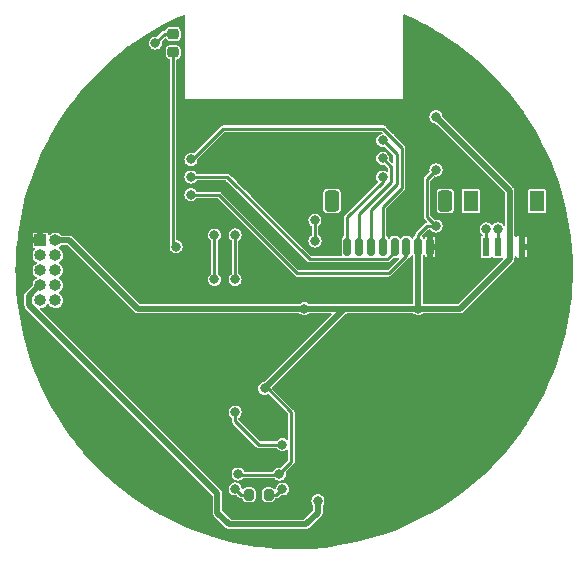
<source format=gbr>
%TF.GenerationSoftware,KiCad,Pcbnew,6.0.10-86aedd382b~118~ubuntu22.04.1*%
%TF.CreationDate,2023-03-14T18:16:04-07:00*%
%TF.ProjectId,compact-probe,636f6d70-6163-4742-9d70-726f62652e6b,rev?*%
%TF.SameCoordinates,Original*%
%TF.FileFunction,Copper,L1,Top*%
%TF.FilePolarity,Positive*%
%FSLAX46Y46*%
G04 Gerber Fmt 4.6, Leading zero omitted, Abs format (unit mm)*
G04 Created by KiCad (PCBNEW 6.0.10-86aedd382b~118~ubuntu22.04.1) date 2023-03-14 18:16:04*
%MOMM*%
%LPD*%
G01*
G04 APERTURE LIST*
G04 Aperture macros list*
%AMRoundRect*
0 Rectangle with rounded corners*
0 $1 Rounding radius*
0 $2 $3 $4 $5 $6 $7 $8 $9 X,Y pos of 4 corners*
0 Add a 4 corners polygon primitive as box body*
4,1,4,$2,$3,$4,$5,$6,$7,$8,$9,$2,$3,0*
0 Add four circle primitives for the rounded corners*
1,1,$1+$1,$2,$3*
1,1,$1+$1,$4,$5*
1,1,$1+$1,$6,$7*
1,1,$1+$1,$8,$9*
0 Add four rect primitives between the rounded corners*
20,1,$1+$1,$2,$3,$4,$5,0*
20,1,$1+$1,$4,$5,$6,$7,0*
20,1,$1+$1,$6,$7,$8,$9,0*
20,1,$1+$1,$8,$9,$2,$3,0*%
G04 Aperture macros list end*
%TA.AperFunction,SMDPad,CuDef*%
%ADD10RoundRect,0.200000X0.200000X0.275000X-0.200000X0.275000X-0.200000X-0.275000X0.200000X-0.275000X0*%
%TD*%
%TA.AperFunction,SMDPad,CuDef*%
%ADD11RoundRect,0.218750X-0.256250X0.218750X-0.256250X-0.218750X0.256250X-0.218750X0.256250X0.218750X0*%
%TD*%
%TA.AperFunction,SMDPad,CuDef*%
%ADD12R,0.600000X1.550000*%
%TD*%
%TA.AperFunction,SMDPad,CuDef*%
%ADD13R,1.200000X1.800000*%
%TD*%
%TA.AperFunction,ComponentPad*%
%ADD14R,1.000000X1.000000*%
%TD*%
%TA.AperFunction,ComponentPad*%
%ADD15O,1.000000X1.000000*%
%TD*%
%TA.AperFunction,SMDPad,CuDef*%
%ADD16RoundRect,0.150000X0.150000X0.625000X-0.150000X0.625000X-0.150000X-0.625000X0.150000X-0.625000X0*%
%TD*%
%TA.AperFunction,SMDPad,CuDef*%
%ADD17RoundRect,0.250000X0.350000X0.650000X-0.350000X0.650000X-0.350000X-0.650000X0.350000X-0.650000X0*%
%TD*%
%TA.AperFunction,ComponentPad*%
%ADD18C,0.400000*%
%TD*%
%TA.AperFunction,ViaPad*%
%ADD19C,0.800000*%
%TD*%
%TA.AperFunction,ViaPad*%
%ADD20C,4.000000*%
%TD*%
%TA.AperFunction,Conductor*%
%ADD21C,0.250000*%
%TD*%
%TA.AperFunction,Conductor*%
%ADD22C,0.500000*%
%TD*%
G04 APERTURE END LIST*
D10*
%TO.P,R5,1*%
%TO.N,CANL*%
X-2175000Y-19000000D03*
%TO.P,R5,2*%
%TO.N,CANH*%
X-3825000Y-19000000D03*
%TD*%
D11*
%TO.P,D1,1,K*%
%TO.N,Net-(D1-Pad1)*%
X-10250000Y20037500D03*
%TO.P,D1,2,A*%
%TO.N,Net-(D1-Pad2)*%
X-10250000Y18462500D03*
%TD*%
D12*
%TO.P,J2,1,Pin_1*%
%TO.N,GND*%
X19250000Y2000000D03*
%TO.P,J2,2,Pin_2*%
%TO.N,+3V3*%
X18250000Y2000000D03*
%TO.P,J2,3,Pin_3*%
%TO.N,SDA*%
X17250000Y2000000D03*
%TO.P,J2,4,Pin_4*%
%TO.N,SCL*%
X16250000Y2000000D03*
D13*
%TO.P,J2,S1*%
%TO.N,N/C*%
X20550000Y5875000D03*
%TO.P,J2,S2*%
X14950000Y5875000D03*
%TD*%
D14*
%TO.P,J3,1,Pin_1*%
%TO.N,GND*%
X-21500000Y2550000D03*
D15*
%TO.P,J3,2,Pin_2*%
%TO.N,+3V3*%
X-20230000Y2550000D03*
%TO.P,J3,3,Pin_3*%
%TO.N,TXD*%
X-21500000Y1280000D03*
%TO.P,J3,4,Pin_4*%
%TO.N,RXD*%
X-20230000Y1280000D03*
%TO.P,J3,5,Pin_5*%
%TO.N,MCU_EN*%
X-21500000Y10000D03*
%TO.P,J3,6,Pin_6*%
%TO.N,MCU_IO9*%
X-20230000Y10000D03*
%TO.P,J3,7,Pin_7*%
%TO.N,VBAT*%
X-21500000Y-1260000D03*
%TO.P,J3,8,Pin_8*%
%TO.N,unconnected-(J3-Pad8)*%
X-20230000Y-1260000D03*
%TO.P,J3,9,Pin_9*%
%TO.N,unconnected-(J3-Pad9)*%
X-21500000Y-2530000D03*
%TO.P,J3,10,Pin_10*%
%TO.N,unconnected-(J3-Pad10)*%
X-20230000Y-2530000D03*
%TD*%
D16*
%TO.P,J1,1,Pin_1*%
%TO.N,GND*%
X11500000Y2000000D03*
%TO.P,J1,2,Pin_2*%
%TO.N,+3V3*%
X10500000Y2000000D03*
%TO.P,J1,3,Pin_3*%
%TO.N,MISO*%
X9500000Y2000000D03*
%TO.P,J1,4,Pin_4*%
%TO.N,SCLK*%
X8500000Y2000000D03*
%TO.P,J1,5,Pin_5*%
%TO.N,SS1*%
X7500000Y2000000D03*
%TO.P,J1,6,Pin_6*%
%TO.N,SS2*%
X6500000Y2000000D03*
%TO.P,J1,7,Pin_7*%
%TO.N,SS3*%
X5500000Y2000000D03*
%TO.P,J1,8,Pin_8*%
%TO.N,SS4*%
X4500000Y2000000D03*
D17*
%TO.P,J1,MP*%
%TO.N,N/C*%
X3200000Y5875000D03*
X12800000Y5875000D03*
%TD*%
D18*
%TO.P,U4,28,GND*%
%TO.N,GND*%
X-410000Y8800000D03*
%TO.P,U4,29,GND*%
X-1510000Y8800000D03*
%TO.P,U4,30,GND*%
X140000Y8250000D03*
%TO.P,U4,31,GND*%
X-960000Y8250000D03*
%TO.P,U4,32,GND*%
X-2060000Y8250000D03*
%TO.P,U4,33,GND*%
X-410000Y7700000D03*
%TO.P,U4,34,GND*%
X-1510000Y7700000D03*
%TO.P,U4,35,GND*%
X140000Y7150000D03*
%TO.P,U4,36,GND*%
X-960000Y7150000D03*
%TO.P,U4,37,GND*%
X-2060000Y7150000D03*
%TO.P,U4,38,GND*%
X-410000Y6600000D03*
%TO.P,U4,39,GND*%
X-1510000Y6600000D03*
%TD*%
D19*
%TO.N,GND*%
X5250000Y8500000D03*
X10000000Y-17500000D03*
X15000000Y-5000000D03*
X16250000Y5000000D03*
X20000000Y-5000000D03*
X-15000000Y2500000D03*
X-10000000Y-20000000D03*
D20*
X15000000Y15000000D03*
D19*
X-20000000Y10000000D03*
D20*
X-15000000Y-15000000D03*
D19*
X-10000000Y-5000000D03*
X-12500000Y7500000D03*
X-2500000Y-5000000D03*
X10000000Y20000000D03*
X10000000Y-10000000D03*
X0Y10000000D03*
X10000000Y-20000000D03*
X-19750000Y3750000D03*
X-15000000Y-5000000D03*
X-10000000Y-10000000D03*
X20000000Y10000000D03*
X-1250000Y2250000D03*
X-2500000Y10000000D03*
X5500000Y-1250000D03*
X7500000Y-20000000D03*
D20*
X15000000Y-15000000D03*
D19*
X22250000Y0D03*
X-5891330Y6845219D03*
X6750000Y-14500000D03*
X-12500000Y10000000D03*
D20*
X-15000000Y15000000D03*
D19*
X2500000Y10000000D03*
X-12500000Y-7500000D03*
X-20000000Y-10000000D03*
X-20000000Y7500000D03*
%TO.N,+3V3*%
X10500000Y-3250000D03*
X12000000Y8500000D03*
X12000000Y13000000D03*
X12000000Y3750000D03*
X-1250000Y-17250000D03*
X-2500000Y-10000000D03*
X850000Y-3250000D03*
X-4750000Y-17250000D03*
%TO.N,MCU_EN*%
X1762299Y2487701D03*
X1750000Y4250000D03*
%TO.N,Net-(D1-Pad1)*%
X-11750000Y19250000D03*
%TO.N,Net-(D1-Pad2)*%
X-10000000Y2000000D03*
%TO.N,CAN_TX*%
X-6750000Y-750000D03*
X-6750000Y3000000D03*
%TO.N,CAN_RX*%
X-1000000Y-14750000D03*
X-5000000Y3000000D03*
X-5000000Y-750000D03*
X-5000000Y-12000000D03*
%TO.N,SDA*%
X17250000Y3500000D03*
%TO.N,SCL*%
X16250000Y3500000D03*
%TO.N,MISO*%
X-8750000Y6400000D03*
%TO.N,SCLK*%
X-8750000Y7900000D03*
%TO.N,SS1*%
X-8750000Y9400000D03*
%TO.N,SS2*%
X7500000Y11000000D03*
%TO.N,SS3*%
X7500000Y9500000D03*
%TO.N,VBAT*%
X2000000Y-19500000D03*
%TO.N,CANH*%
X-5000000Y-18500000D03*
%TO.N,CANL*%
X-1000000Y-18500000D03*
%TO.N,SS4*%
X7500000Y7900000D03*
%TD*%
D21*
%TO.N,+3V3*%
X-2500000Y-10000000D02*
X-2250000Y-10000000D01*
D22*
X10500000Y2000000D02*
X10475000Y1975000D01*
X-19050000Y2550000D02*
X-20230000Y2550000D01*
D21*
X12000000Y3750000D02*
X11250000Y3750000D01*
X12000000Y3750000D02*
X11250000Y4500000D01*
X-250000Y-16188055D02*
X-1370321Y-17308376D01*
D22*
X4750000Y-3250000D02*
X4250000Y-3250000D01*
X10500000Y-3250000D02*
X10500000Y2000000D01*
D21*
X11250000Y3750000D02*
X10500000Y3000000D01*
D22*
X-13250000Y-3250000D02*
X-19050000Y2550000D01*
X4250000Y-3250000D02*
X-2500000Y-10000000D01*
X18250000Y6750000D02*
X12000000Y13000000D01*
D21*
X-250000Y-12000000D02*
X-250000Y-16188055D01*
D22*
X18250000Y975000D02*
X14025000Y-3250000D01*
X10500000Y-3250000D02*
X4750000Y-3250000D01*
X18250000Y2000000D02*
X18250000Y975000D01*
D21*
X-2250000Y-10000000D02*
X-250000Y-12000000D01*
D22*
X850000Y-3250000D02*
X-13250000Y-3250000D01*
D21*
X11250000Y4500000D02*
X11250000Y7750000D01*
X11250000Y7750000D02*
X12000000Y8500000D01*
D22*
X18250000Y2000000D02*
X18250000Y6750000D01*
D21*
X10500000Y3000000D02*
X10500000Y2000000D01*
X-1370321Y-17308376D02*
X-4567735Y-17308376D01*
D22*
X14025000Y-3250000D02*
X10500000Y-3250000D01*
X4250000Y-3250000D02*
X850000Y-3250000D01*
D21*
%TO.N,MCU_EN*%
X1750000Y2500000D02*
X1750000Y4250000D01*
X1762299Y2487701D02*
X1750000Y2500000D01*
%TO.N,Net-(D1-Pad1)*%
X-10962500Y20037500D02*
X-11750000Y19250000D01*
X-10250000Y20037500D02*
X-10962500Y20037500D01*
%TO.N,Net-(D1-Pad2)*%
X-10250000Y2250000D02*
X-10000000Y2000000D01*
X-10250000Y18462500D02*
X-10250000Y2250000D01*
%TO.N,CAN_TX*%
X-6750000Y3000000D02*
X-6750000Y-750000D01*
%TO.N,CAN_RX*%
X-5000000Y-12000000D02*
X-5000000Y-12750000D01*
X-5000000Y3000000D02*
X-5000000Y-750000D01*
X-5000000Y-12750000D02*
X-3000000Y-14750000D01*
X-3000000Y-14750000D02*
X-1000000Y-14750000D01*
%TO.N,SDA*%
X17250000Y2250000D02*
X17250000Y3500000D01*
%TO.N,SCL*%
X16250000Y3500000D02*
X16250000Y2250000D01*
%TO.N,MISO*%
X-6400000Y6400000D02*
X250000Y-250000D01*
X9500000Y1250000D02*
X9500000Y2000000D01*
X-8750000Y6400000D02*
X-6400000Y6400000D01*
X250000Y-250000D02*
X8000000Y-250000D01*
X8000000Y-250000D02*
X9500000Y1250000D01*
%TO.N,SCLK*%
X-5650000Y7900000D02*
X1300000Y950000D01*
X7896751Y950000D02*
X8500000Y1553249D01*
X8500000Y1553249D02*
X8500000Y2000000D01*
X1300000Y950000D02*
X7896751Y950000D01*
X-8750000Y7900000D02*
X-5650000Y7900000D01*
%TO.N,SS1*%
X9125000Y7000000D02*
X7500000Y5375000D01*
X8225000Y11300305D02*
X8225000Y11275000D01*
X7525305Y12000000D02*
X8225000Y11300305D01*
X-8750000Y9400000D02*
X-8600000Y9400000D01*
X-6000000Y12000000D02*
X7525305Y12000000D01*
X-8600000Y9400000D02*
X-6000000Y12000000D01*
X9125000Y10375000D02*
X9125000Y7000000D01*
X7500000Y5375000D02*
X7500000Y2000000D01*
X8225000Y11275000D02*
X9125000Y10375000D01*
%TO.N,SS2*%
X7500000Y11000000D02*
X8675000Y9825000D01*
X8675000Y9825000D02*
X8675000Y7288604D01*
X6500000Y5113604D02*
X6500000Y2000000D01*
X8675000Y7288604D02*
X6500000Y5113604D01*
%TO.N,SS3*%
X5500000Y4750000D02*
X5500000Y2000000D01*
X8225000Y8775000D02*
X8225000Y7475000D01*
X8225000Y7475000D02*
X5500000Y4750000D01*
X7500000Y9500000D02*
X8225000Y8775000D01*
D22*
%TO.N,VBAT*%
X2000000Y-19500000D02*
X2000000Y-20500000D01*
X-6500000Y-20500000D02*
X-6500000Y-18873503D01*
X-5500000Y-21500000D02*
X-6500000Y-20500000D01*
X-6500000Y-18873503D02*
X-22450000Y-2923503D01*
X2000000Y-20500000D02*
X1000000Y-21500000D01*
X1000000Y-21500000D02*
X-5500000Y-21500000D01*
X-21573503Y-1260000D02*
X-21500000Y-1260000D01*
X-22450000Y-2136497D02*
X-21573503Y-1260000D01*
X-22450000Y-2923503D02*
X-22450000Y-2136497D01*
D21*
%TO.N,CANH*%
X-4500000Y-19000000D02*
X-5000000Y-18500000D01*
X-3825000Y-19000000D02*
X-4500000Y-19000000D01*
%TO.N,CANL*%
X-1000000Y-18500000D02*
X-1500000Y-19000000D01*
X-1500000Y-19000000D02*
X-2175000Y-19000000D01*
%TO.N,SS4*%
X4500000Y4500000D02*
X4500000Y2000000D01*
X7500000Y7900000D02*
X7500000Y7500000D01*
X7500000Y7500000D02*
X4500000Y4500000D01*
%TD*%
%TA.AperFunction,Conductor*%
%TO.N,GND*%
G36*
X9354628Y21665803D02*
G01*
X9502788Y21598439D01*
X10195680Y21283401D01*
X10198328Y21282132D01*
X10817179Y20970205D01*
X11041567Y20857104D01*
X11044189Y20855717D01*
X11869740Y20397163D01*
X11872282Y20395683D01*
X12043708Y20291250D01*
X12678736Y19904387D01*
X12681241Y19902791D01*
X12864061Y19781096D01*
X13362211Y19449500D01*
X13467316Y19379536D01*
X13469747Y19377847D01*
X13934704Y19040655D01*
X14234210Y18823450D01*
X14236579Y18821658D01*
X14978155Y18237047D01*
X14980443Y18235168D01*
X15479460Y17808214D01*
X15697973Y17621256D01*
X15700191Y17619280D01*
X16392492Y16977078D01*
X16394629Y16975015D01*
X16672239Y16695948D01*
X17060637Y16305510D01*
X17062663Y16303390D01*
X17516506Y15808974D01*
X17701245Y15607720D01*
X17703209Y15605492D01*
X18313337Y14884779D01*
X18315211Y14882474D01*
X18895946Y14137829D01*
X18897725Y14135451D01*
X19448106Y13368103D01*
X19449788Y13365655D01*
X19968921Y12576852D01*
X19970504Y12574338D01*
X20457560Y11765339D01*
X20459041Y11762764D01*
X20913246Y10934858D01*
X20914622Y10932226D01*
X21020937Y10718525D01*
X21225685Y10306966D01*
X21335241Y10086749D01*
X21336506Y10084071D01*
X21720854Y9226859D01*
X21722842Y9222425D01*
X21723995Y9219710D01*
X22072147Y8351467D01*
X22075456Y8343215D01*
X22076500Y8340452D01*
X22392508Y7450542D01*
X22393443Y7447728D01*
X22671124Y6553455D01*
X22673466Y6545911D01*
X22674288Y6543065D01*
X22854668Y5867518D01*
X22917896Y5630720D01*
X22918603Y5627843D01*
X23119508Y4732718D01*
X23125409Y4706428D01*
X23126000Y4703521D01*
X23294396Y3781475D01*
X23295655Y3774580D01*
X23296127Y3771666D01*
X23428148Y2838206D01*
X23428369Y2836643D01*
X23428723Y2833722D01*
X23523335Y1894127D01*
X23523572Y1891178D01*
X23580399Y948568D01*
X23580518Y945604D01*
X23584795Y732542D01*
X23599477Y1135D01*
X23599488Y-1125D01*
X23597785Y-163735D01*
X23595097Y-420471D01*
X23594336Y-493096D01*
X23594278Y-495347D01*
X23586264Y-690627D01*
X23555542Y-1439247D01*
X23555360Y-1442212D01*
X23533869Y-1706440D01*
X23479237Y-2378123D01*
X23478808Y-2383394D01*
X23478510Y-2386334D01*
X23453543Y-2591148D01*
X23364244Y-3323710D01*
X23363826Y-3326651D01*
X23212035Y-4258689D01*
X23211499Y-4261611D01*
X23022424Y-5186808D01*
X23021774Y-5189693D01*
X22972289Y-5390403D01*
X22795721Y-6106564D01*
X22794952Y-6109433D01*
X22532286Y-7016487D01*
X22531402Y-7019323D01*
X22232560Y-7915065D01*
X22231564Y-7917863D01*
X21896998Y-8800937D01*
X21895899Y-8803672D01*
X21614277Y-9465526D01*
X21526156Y-9672623D01*
X21524938Y-9675332D01*
X21120641Y-10528698D01*
X21119316Y-10531356D01*
X20681088Y-11367830D01*
X20679657Y-11370433D01*
X20208217Y-12188640D01*
X20206683Y-12191183D01*
X20152142Y-12277625D01*
X19719077Y-12963993D01*
X19702788Y-12989809D01*
X19701161Y-12992277D01*
X19466440Y-13333161D01*
X19165598Y-13770071D01*
X19163864Y-13772483D01*
X18597562Y-14528099D01*
X18595734Y-14530440D01*
X17999515Y-15262780D01*
X17997614Y-15265021D01*
X17372502Y-15972825D01*
X17370509Y-15974993D01*
X16717489Y-16657147D01*
X16715392Y-16659251D01*
X16035547Y-17314624D01*
X16033368Y-17316642D01*
X15327754Y-17944218D01*
X15325495Y-17946147D01*
X15128859Y-18107379D01*
X14598214Y-18542481D01*
X14595283Y-18544884D01*
X14592955Y-18546716D01*
X13845178Y-19111230D01*
X13839285Y-19115679D01*
X13836883Y-19117418D01*
X13609009Y-19275500D01*
X13060989Y-19655675D01*
X13058515Y-19657319D01*
X12261642Y-20164005D01*
X12259104Y-20165548D01*
X11939790Y-20351021D01*
X11467579Y-20625304D01*
X11442548Y-20639843D01*
X11439958Y-20641278D01*
X10604990Y-21082438D01*
X10602359Y-21083761D01*
X9750418Y-21491029D01*
X9747719Y-21492254D01*
X8884561Y-21863096D01*
X8880059Y-21865030D01*
X8877313Y-21866145D01*
X8679994Y-21941691D01*
X7995428Y-22203787D01*
X7992637Y-22204791D01*
X7097901Y-22506773D01*
X7095085Y-22507660D01*
X6188949Y-22773492D01*
X6186119Y-22774261D01*
X5270026Y-23003518D01*
X5267135Y-23004180D01*
X4695914Y-23122994D01*
X4342631Y-23196477D01*
X4339712Y-23197024D01*
X3408205Y-23352069D01*
X3405266Y-23352498D01*
X3178669Y-23380923D01*
X2468262Y-23470038D01*
X2465347Y-23470344D01*
X1524408Y-23550185D01*
X1521461Y-23550375D01*
X578034Y-23592391D01*
X575111Y-23592461D01*
X96109Y-23594552D01*
X-369183Y-23596582D01*
X-372153Y-23596536D01*
X-1268874Y-23564439D01*
X-1315881Y-23562756D01*
X-1318846Y-23562590D01*
X-1480280Y-23550310D01*
X-2260441Y-23490965D01*
X-2263390Y-23490681D01*
X-2541398Y-23458268D01*
X-3201342Y-23381326D01*
X-3204284Y-23380923D01*
X-4137099Y-23234014D01*
X-4140024Y-23233493D01*
X-5066193Y-23049266D01*
X-5069094Y-23048628D01*
X-5987100Y-22827387D01*
X-5989973Y-22826634D01*
X-6898414Y-22568715D01*
X-6901254Y-22567846D01*
X-6919059Y-22562009D01*
X-7084841Y-22507663D01*
X-7798563Y-22273693D01*
X-7801367Y-22272711D01*
X-8287750Y-22091344D01*
X-8686171Y-21942776D01*
X-8688894Y-21941699D01*
X-9559808Y-21576494D01*
X-9562482Y-21575308D01*
X-10061611Y-21342030D01*
X-10417964Y-21175481D01*
X-10420629Y-21174170D01*
X-11259376Y-20740333D01*
X-11261987Y-20738916D01*
X-11350030Y-20688799D01*
X-12082691Y-20271744D01*
X-12085202Y-20270247D01*
X-12476738Y-20026063D01*
X-12886462Y-19770535D01*
X-12888951Y-19768913D01*
X-13669526Y-19237438D01*
X-13671947Y-19235717D01*
X-14430534Y-18673368D01*
X-14432884Y-18671552D01*
X-15168325Y-18079185D01*
X-15170600Y-18077275D01*
X-15322858Y-17944218D01*
X-15881646Y-17455897D01*
X-15883836Y-17453904D01*
X-15947379Y-17393709D01*
X-16569402Y-16804462D01*
X-16571487Y-16802406D01*
X-17230415Y-16125997D01*
X-17232443Y-16123831D01*
X-17863715Y-15421501D01*
X-17865656Y-15419252D01*
X-18468218Y-14692172D01*
X-18470067Y-14689847D01*
X-18591722Y-14530440D01*
X-19042954Y-13939185D01*
X-19044708Y-13936789D01*
X-19587023Y-13163721D01*
X-19588680Y-13161255D01*
X-19698146Y-12991070D01*
X-20099537Y-12367038D01*
X-20101088Y-12364516D01*
X-20110812Y-12347974D01*
X-20579640Y-11550472D01*
X-20581094Y-11547882D01*
X-21026615Y-10715245D01*
X-21027963Y-10712598D01*
X-21117061Y-10528698D01*
X-21439681Y-9862812D01*
X-21440923Y-9860114D01*
X-21818232Y-8994427D01*
X-21819364Y-8991680D01*
X-22161622Y-8111567D01*
X-22162642Y-8108778D01*
X-22469295Y-7215662D01*
X-22470203Y-7212834D01*
X-22740771Y-6308116D01*
X-22741565Y-6305253D01*
X-22975607Y-5390403D01*
X-22976285Y-5387512D01*
X-23173423Y-4464017D01*
X-23173985Y-4461100D01*
X-23333905Y-3530419D01*
X-23334349Y-3527482D01*
X-23405034Y-2986936D01*
X-22850500Y-2986936D01*
X-22848700Y-2992474D01*
X-22848700Y-2992477D01*
X-22842438Y-3011749D01*
X-22839727Y-3023040D01*
X-22835646Y-3048807D01*
X-22833000Y-3054000D01*
X-22823802Y-3072053D01*
X-22819358Y-3082781D01*
X-22811296Y-3107593D01*
X-22807874Y-3112302D01*
X-22807872Y-3112307D01*
X-22795961Y-3128701D01*
X-22789894Y-3138601D01*
X-22785342Y-3147534D01*
X-22778050Y-3161845D01*
X-22755487Y-3184408D01*
X-22755484Y-3184412D01*
X-6922174Y-19017721D01*
X-6900782Y-19063597D01*
X-6900500Y-19070047D01*
X-6900500Y-20563433D01*
X-6898700Y-20568971D01*
X-6898700Y-20568974D01*
X-6892438Y-20588246D01*
X-6889727Y-20599536D01*
X-6885646Y-20625304D01*
X-6883000Y-20630497D01*
X-6873802Y-20648550D01*
X-6869359Y-20659276D01*
X-6861296Y-20684090D01*
X-6857874Y-20688799D01*
X-6857872Y-20688804D01*
X-6845961Y-20705198D01*
X-6839894Y-20715098D01*
X-6830694Y-20733153D01*
X-6828050Y-20738342D01*
X-6805487Y-20760905D01*
X-6805484Y-20760909D01*
X-5760909Y-21805484D01*
X-5760905Y-21805487D01*
X-5738342Y-21828050D01*
X-5715097Y-21839894D01*
X-5705199Y-21845960D01*
X-5691828Y-21855674D01*
X-5684089Y-21861297D01*
X-5678552Y-21863096D01*
X-5659276Y-21869359D01*
X-5648549Y-21873802D01*
X-5625304Y-21885646D01*
X-5599534Y-21889727D01*
X-5588251Y-21892436D01*
X-5563433Y-21900500D01*
X1063433Y-21900500D01*
X1068971Y-21898700D01*
X1068974Y-21898700D01*
X1088246Y-21892438D01*
X1099537Y-21889727D01*
X1109544Y-21888142D01*
X1125304Y-21885646D01*
X1130701Y-21882896D01*
X1148550Y-21873802D01*
X1159278Y-21869358D01*
X1178551Y-21863096D01*
X1178552Y-21863095D01*
X1184090Y-21861296D01*
X1188799Y-21857874D01*
X1188804Y-21857872D01*
X1205198Y-21845961D01*
X1215098Y-21839894D01*
X1233153Y-21830694D01*
X1233154Y-21830694D01*
X1238342Y-21828050D01*
X1260905Y-21805487D01*
X1260909Y-21805484D01*
X2305484Y-20760909D01*
X2305487Y-20760905D01*
X2328050Y-20738342D01*
X2339894Y-20715096D01*
X2345960Y-20705199D01*
X2357875Y-20688799D01*
X2361297Y-20684089D01*
X2369359Y-20659276D01*
X2373803Y-20648547D01*
X2378238Y-20639843D01*
X2385646Y-20625304D01*
X2389727Y-20599534D01*
X2392436Y-20588251D01*
X2400500Y-20563433D01*
X2400500Y-19907472D01*
X2415791Y-19862425D01*
X2480861Y-19777625D01*
X2536330Y-19643709D01*
X2555250Y-19500000D01*
X2536330Y-19356291D01*
X2480861Y-19222375D01*
X2392621Y-19107379D01*
X2277625Y-19019139D01*
X2143709Y-18963670D01*
X2000000Y-18944750D01*
X1856291Y-18963670D01*
X1722375Y-19019139D01*
X1607379Y-19107379D01*
X1519139Y-19222375D01*
X1463670Y-19356291D01*
X1444750Y-19500000D01*
X1463670Y-19643709D01*
X1519139Y-19777625D01*
X1584209Y-19862425D01*
X1599500Y-19907472D01*
X1599500Y-20303455D01*
X1582187Y-20351021D01*
X1577826Y-20355781D01*
X855781Y-21077826D01*
X809905Y-21099218D01*
X803455Y-21099500D01*
X-5303455Y-21099500D01*
X-5351021Y-21082187D01*
X-5355781Y-21077826D01*
X-6077826Y-20355781D01*
X-6099218Y-20309905D01*
X-6099500Y-20303455D01*
X-6099500Y-18841984D01*
X-6099501Y-18841978D01*
X-6099501Y-18810070D01*
X-6107562Y-18785260D01*
X-6110272Y-18773973D01*
X-6113443Y-18753952D01*
X-6114354Y-18748199D01*
X-6117159Y-18742694D01*
X-6126199Y-18724951D01*
X-6130643Y-18714223D01*
X-6136905Y-18694950D01*
X-6138704Y-18689413D01*
X-6154039Y-18668306D01*
X-6160105Y-18658408D01*
X-6171950Y-18635161D01*
X-6261658Y-18545453D01*
X-6307111Y-18500000D01*
X-5555250Y-18500000D01*
X-5536330Y-18643709D01*
X-5480861Y-18777625D01*
X-5392621Y-18892621D01*
X-5277625Y-18980861D01*
X-5143709Y-19036330D01*
X-5000000Y-19055250D01*
X-4995192Y-19054617D01*
X-4889816Y-19040744D01*
X-4840397Y-19051700D01*
X-4827831Y-19061785D01*
X-4719145Y-19170471D01*
X-4709944Y-19181682D01*
X-4698624Y-19198624D01*
X-4675623Y-19213993D01*
X-4675622Y-19213994D01*
X-4649465Y-19231471D01*
X-4607495Y-19259515D01*
X-4562629Y-19268439D01*
X-4527135Y-19275500D01*
X-4527132Y-19275500D01*
X-4500000Y-19280897D01*
X-4480016Y-19276922D01*
X-4465580Y-19275500D01*
X-4444220Y-19275500D01*
X-4396654Y-19292813D01*
X-4371009Y-19338723D01*
X-4366196Y-19371422D01*
X-4366195Y-19371424D01*
X-4365358Y-19377112D01*
X-4313932Y-19481855D01*
X-4309603Y-19486176D01*
X-4309602Y-19486178D01*
X-4235679Y-19559972D01*
X-4231350Y-19564293D01*
X-4225853Y-19566980D01*
X-4132066Y-19612824D01*
X-4126518Y-19615536D01*
X-4058218Y-19625500D01*
X-3591782Y-19625500D01*
X-3585637Y-19624595D01*
X-3528577Y-19616196D01*
X-3528574Y-19616195D01*
X-3522888Y-19615358D01*
X-3517728Y-19612825D01*
X-3517726Y-19612824D01*
X-3471883Y-19590316D01*
X-3418145Y-19563932D01*
X-3413824Y-19559603D01*
X-3413822Y-19559602D01*
X-3340028Y-19485679D01*
X-3340027Y-19485677D01*
X-3335707Y-19481350D01*
X-3333020Y-19475853D01*
X-3286988Y-19381682D01*
X-3286988Y-19381681D01*
X-3284464Y-19376518D01*
X-3274500Y-19308218D01*
X-2725500Y-19308218D01*
X-2725105Y-19310901D01*
X-2716196Y-19371423D01*
X-2716195Y-19371426D01*
X-2715358Y-19377112D01*
X-2663932Y-19481855D01*
X-2659603Y-19486176D01*
X-2659602Y-19486178D01*
X-2585679Y-19559972D01*
X-2581350Y-19564293D01*
X-2575853Y-19566980D01*
X-2482066Y-19612824D01*
X-2476518Y-19615536D01*
X-2408218Y-19625500D01*
X-1941782Y-19625500D01*
X-1935637Y-19624595D01*
X-1878577Y-19616196D01*
X-1878574Y-19616195D01*
X-1872888Y-19615358D01*
X-1867728Y-19612825D01*
X-1867726Y-19612824D01*
X-1821883Y-19590316D01*
X-1768145Y-19563932D01*
X-1763824Y-19559603D01*
X-1763822Y-19559602D01*
X-1690028Y-19485679D01*
X-1690027Y-19485677D01*
X-1685707Y-19481350D01*
X-1683020Y-19475853D01*
X-1636988Y-19381682D01*
X-1636988Y-19381681D01*
X-1634464Y-19376518D01*
X-1628964Y-19338817D01*
X-1604966Y-19294249D01*
X-1555739Y-19275500D01*
X-1534420Y-19275500D01*
X-1519984Y-19276922D01*
X-1500000Y-19280897D01*
X-1472868Y-19275500D01*
X-1472865Y-19275500D01*
X-1437371Y-19268439D01*
X-1392505Y-19259515D01*
X-1350535Y-19231471D01*
X-1324378Y-19213994D01*
X-1324377Y-19213993D01*
X-1301376Y-19198624D01*
X-1290056Y-19181682D01*
X-1280855Y-19170471D01*
X-1172169Y-19061785D01*
X-1126293Y-19040393D01*
X-1110184Y-19040744D01*
X-1004808Y-19054617D01*
X-1000000Y-19055250D01*
X-995192Y-19054617D01*
X-861099Y-19036963D01*
X-856291Y-19036330D01*
X-722375Y-18980861D01*
X-607379Y-18892621D01*
X-519139Y-18777625D01*
X-463670Y-18643709D01*
X-444750Y-18500000D01*
X-463670Y-18356291D01*
X-519139Y-18222375D01*
X-607379Y-18107379D01*
X-722375Y-18019139D01*
X-856291Y-17963670D01*
X-1000000Y-17944750D01*
X-1143709Y-17963670D01*
X-1277625Y-18019139D01*
X-1392621Y-18107379D01*
X-1480861Y-18222375D01*
X-1536330Y-18356291D01*
X-1546785Y-18435707D01*
X-1553321Y-18485349D01*
X-1576694Y-18530249D01*
X-1623460Y-18549620D01*
X-1671736Y-18534398D01*
X-1684634Y-18521066D01*
X-1686068Y-18518145D01*
X-1727359Y-18476926D01*
X-1764321Y-18440028D01*
X-1764323Y-18440027D01*
X-1768650Y-18435707D01*
X-1774147Y-18433020D01*
X-1868318Y-18386988D01*
X-1868319Y-18386988D01*
X-1873482Y-18384464D01*
X-1941782Y-18374500D01*
X-2408218Y-18374500D01*
X-2410901Y-18374895D01*
X-2471423Y-18383804D01*
X-2471426Y-18383805D01*
X-2477112Y-18384642D01*
X-2482272Y-18387175D01*
X-2482274Y-18387176D01*
X-2528117Y-18409684D01*
X-2581855Y-18436068D01*
X-2586176Y-18440397D01*
X-2586178Y-18440398D01*
X-2659972Y-18514321D01*
X-2664293Y-18518650D01*
X-2666980Y-18524147D01*
X-2712722Y-18617726D01*
X-2715536Y-18623482D01*
X-2725500Y-18691782D01*
X-2725500Y-19308218D01*
X-3274500Y-19308218D01*
X-3274500Y-18691782D01*
X-3281577Y-18643709D01*
X-3283804Y-18628577D01*
X-3283805Y-18628574D01*
X-3284642Y-18622888D01*
X-3336068Y-18518145D01*
X-3340397Y-18513824D01*
X-3340398Y-18513822D01*
X-3414321Y-18440028D01*
X-3414323Y-18440027D01*
X-3418650Y-18435707D01*
X-3424147Y-18433020D01*
X-3518318Y-18386988D01*
X-3518319Y-18386988D01*
X-3523482Y-18384464D01*
X-3591782Y-18374500D01*
X-4058218Y-18374500D01*
X-4060901Y-18374895D01*
X-4121423Y-18383804D01*
X-4121426Y-18383805D01*
X-4127112Y-18384642D01*
X-4132272Y-18387175D01*
X-4132274Y-18387176D01*
X-4178117Y-18409684D01*
X-4231855Y-18436068D01*
X-4236176Y-18440397D01*
X-4236178Y-18440398D01*
X-4273252Y-18477537D01*
X-4314293Y-18518650D01*
X-4314921Y-18519934D01*
X-4354783Y-18547332D01*
X-4405169Y-18542481D01*
X-4440649Y-18506377D01*
X-4446679Y-18485348D01*
X-4463037Y-18361099D01*
X-4463670Y-18356291D01*
X-4519139Y-18222375D01*
X-4607379Y-18107379D01*
X-4722375Y-18019139D01*
X-4856291Y-17963670D01*
X-5000000Y-17944750D01*
X-5143709Y-17963670D01*
X-5277625Y-18019139D01*
X-5392621Y-18107379D01*
X-5480861Y-18222375D01*
X-5536330Y-18356291D01*
X-5555250Y-18500000D01*
X-6307111Y-18500000D01*
X-21499330Y-3307780D01*
X-21520722Y-3261904D01*
X-21507621Y-3213009D01*
X-21466157Y-3183975D01*
X-21445843Y-3181463D01*
X-21435962Y-3181618D01*
X-21431505Y-3181688D01*
X-21427163Y-3180694D01*
X-21427158Y-3180693D01*
X-21282379Y-3147534D01*
X-21282376Y-3147533D01*
X-21278032Y-3146538D01*
X-21137375Y-3075795D01*
X-21132993Y-3072053D01*
X-21021045Y-2976440D01*
X-21017652Y-2973542D01*
X-20925776Y-2845683D01*
X-20924702Y-2846455D01*
X-20890687Y-2816673D01*
X-20840080Y-2815609D01*
X-20802501Y-2844390D01*
X-20799197Y-2849307D01*
X-20726042Y-2958172D01*
X-20609590Y-3064135D01*
X-20605667Y-3066265D01*
X-20475148Y-3137132D01*
X-20475144Y-3137134D01*
X-20471224Y-3139262D01*
X-20318931Y-3179215D01*
X-20240218Y-3180452D01*
X-20165962Y-3181618D01*
X-20161505Y-3181688D01*
X-20157163Y-3180694D01*
X-20157158Y-3180693D01*
X-20012379Y-3147534D01*
X-20012376Y-3147533D01*
X-20008032Y-3146538D01*
X-19867375Y-3075795D01*
X-19862993Y-3072053D01*
X-19751045Y-2976440D01*
X-19747652Y-2973542D01*
X-19655776Y-2845683D01*
X-19648597Y-2827826D01*
X-19598713Y-2703735D01*
X-19598713Y-2703734D01*
X-19597050Y-2699598D01*
X-19574866Y-2543723D01*
X-19574722Y-2530000D01*
X-19593637Y-2373694D01*
X-19629153Y-2279703D01*
X-19647714Y-2230582D01*
X-19647715Y-2230580D01*
X-19649290Y-2226412D01*
X-19738469Y-2096657D01*
X-19781569Y-2058256D01*
X-19852690Y-1994889D01*
X-19852693Y-1994887D01*
X-19856024Y-1991919D01*
X-19915124Y-1960627D01*
X-19949060Y-1923068D01*
X-19950915Y-1872483D01*
X-19919820Y-1832541D01*
X-19913747Y-1829119D01*
X-19871362Y-1807802D01*
X-19871351Y-1807795D01*
X-19867375Y-1805795D01*
X-19747652Y-1703542D01*
X-19655776Y-1575683D01*
X-19597050Y-1429598D01*
X-19574866Y-1273723D01*
X-19574722Y-1260000D01*
X-19593637Y-1103694D01*
X-19629153Y-1009703D01*
X-19647714Y-960582D01*
X-19647715Y-960580D01*
X-19649290Y-956412D01*
X-19738469Y-826657D01*
X-19819110Y-754808D01*
X-19852690Y-724889D01*
X-19852693Y-724887D01*
X-19856024Y-721919D01*
X-19915124Y-690627D01*
X-19949060Y-653068D01*
X-19950915Y-602483D01*
X-19919820Y-562541D01*
X-19913747Y-559119D01*
X-19871362Y-537802D01*
X-19871351Y-537795D01*
X-19867375Y-535795D01*
X-19803768Y-481470D01*
X-19751045Y-436440D01*
X-19747652Y-433542D01*
X-19655776Y-305683D01*
X-19649360Y-289724D01*
X-19598713Y-163735D01*
X-19598713Y-163734D01*
X-19597050Y-159598D01*
X-19574866Y-3723D01*
X-19574722Y10000D01*
X-19593637Y166306D01*
X-19629153Y260297D01*
X-19647714Y309418D01*
X-19647715Y309420D01*
X-19649290Y313588D01*
X-19738469Y443343D01*
X-19781569Y481744D01*
X-19852690Y545111D01*
X-19852693Y545113D01*
X-19856024Y548081D01*
X-19915124Y579373D01*
X-19949060Y616932D01*
X-19950915Y667517D01*
X-19919820Y707459D01*
X-19913747Y710881D01*
X-19871362Y732198D01*
X-19871351Y732205D01*
X-19867375Y734205D01*
X-19820339Y774377D01*
X-19751045Y833560D01*
X-19747652Y836458D01*
X-19670748Y943481D01*
X-19658380Y960693D01*
X-19658380Y960694D01*
X-19655776Y964317D01*
X-19616505Y1062005D01*
X-19598713Y1106265D01*
X-19598713Y1106266D01*
X-19597050Y1110402D01*
X-19574866Y1266277D01*
X-19574722Y1280000D01*
X-19593637Y1436306D01*
X-19629153Y1530297D01*
X-19647714Y1579418D01*
X-19647715Y1579420D01*
X-19649290Y1583588D01*
X-19738469Y1713343D01*
X-19823384Y1789000D01*
X-19852690Y1815111D01*
X-19852693Y1815113D01*
X-19856024Y1818081D01*
X-19915124Y1849373D01*
X-19949060Y1886932D01*
X-19950915Y1937517D01*
X-19919820Y1977459D01*
X-19913747Y1980881D01*
X-19871362Y2002198D01*
X-19871351Y2002205D01*
X-19867375Y2004205D01*
X-19747652Y2106458D01*
X-19738867Y2118684D01*
X-19697051Y2147207D01*
X-19678774Y2149500D01*
X-19246545Y2149500D01*
X-19198979Y2132187D01*
X-19194219Y2127826D01*
X-13510909Y-3555484D01*
X-13510905Y-3555487D01*
X-13488342Y-3578050D01*
X-13483156Y-3580692D01*
X-13483151Y-3580696D01*
X-13465093Y-3589897D01*
X-13455198Y-3595959D01*
X-13434089Y-3611296D01*
X-13428552Y-3613095D01*
X-13409280Y-3619357D01*
X-13398552Y-3623801D01*
X-13380809Y-3632841D01*
X-13375304Y-3635646D01*
X-13359544Y-3638142D01*
X-13349537Y-3639727D01*
X-13338246Y-3642438D01*
X-13318974Y-3648700D01*
X-13318971Y-3648700D01*
X-13313433Y-3650500D01*
X442528Y-3650500D01*
X487575Y-3665791D01*
X572375Y-3730861D01*
X706291Y-3786330D01*
X850000Y-3805250D01*
X854808Y-3804617D01*
X988901Y-3786963D01*
X993709Y-3786330D01*
X1127625Y-3730861D01*
X1212425Y-3665791D01*
X1257472Y-3650500D01*
X3104455Y-3650500D01*
X3152021Y-3667813D01*
X3177331Y-3711650D01*
X3168541Y-3761500D01*
X3156781Y-3776826D01*
X-2495070Y-9428677D01*
X-2537737Y-9449718D01*
X-2643709Y-9463670D01*
X-2777625Y-9519139D01*
X-2892621Y-9607379D01*
X-2980861Y-9722375D01*
X-3036330Y-9856291D01*
X-3055250Y-10000000D01*
X-3036330Y-10143709D01*
X-2980861Y-10277625D01*
X-2892621Y-10392621D01*
X-2777625Y-10480861D01*
X-2669639Y-10525590D01*
X-2655717Y-10531356D01*
X-2643709Y-10536330D01*
X-2500000Y-10555250D01*
X-2495192Y-10554617D01*
X-2361099Y-10536963D01*
X-2356291Y-10536330D01*
X-2351810Y-10534474D01*
X-2223070Y-10481149D01*
X-2172499Y-10478941D01*
X-2142426Y-10497190D01*
X-547174Y-12092442D01*
X-525782Y-12138318D01*
X-525500Y-12144768D01*
X-525500Y-14270150D01*
X-542813Y-14317716D01*
X-586650Y-14343026D01*
X-636500Y-14334236D01*
X-644548Y-14328858D01*
X-659069Y-14317716D01*
X-722375Y-14269139D01*
X-856291Y-14213670D01*
X-1000000Y-14194750D01*
X-1143709Y-14213670D01*
X-1277625Y-14269139D01*
X-1392621Y-14357379D01*
X-1460277Y-14445550D01*
X-1502968Y-14472746D01*
X-1518984Y-14474500D01*
X-2855232Y-14474500D01*
X-2902798Y-14457187D01*
X-2907558Y-14452826D01*
X-4702826Y-12657558D01*
X-4724218Y-12611682D01*
X-4724500Y-12605232D01*
X-4724500Y-12518984D01*
X-4707187Y-12471418D01*
X-4695552Y-12460279D01*
X-4607379Y-12392621D01*
X-4519139Y-12277625D01*
X-4463670Y-12143709D01*
X-4444750Y-12000000D01*
X-4463670Y-11856291D01*
X-4519139Y-11722375D01*
X-4607379Y-11607379D01*
X-4722375Y-11519139D01*
X-4856291Y-11463670D01*
X-5000000Y-11444750D01*
X-5143709Y-11463670D01*
X-5277625Y-11519139D01*
X-5392621Y-11607379D01*
X-5480861Y-11722375D01*
X-5536330Y-11856291D01*
X-5555250Y-12000000D01*
X-5536330Y-12143709D01*
X-5480861Y-12277625D01*
X-5392621Y-12392621D01*
X-5304450Y-12460277D01*
X-5277254Y-12502968D01*
X-5275500Y-12518984D01*
X-5275500Y-12715580D01*
X-5276922Y-12730016D01*
X-5280897Y-12750000D01*
X-5275500Y-12777132D01*
X-5275500Y-12777133D01*
X-5259515Y-12857495D01*
X-5198624Y-12948624D01*
X-5181682Y-12959944D01*
X-5170471Y-12969145D01*
X-3219145Y-14920471D01*
X-3209944Y-14931682D01*
X-3198624Y-14948624D01*
X-3175623Y-14963993D01*
X-3175622Y-14963994D01*
X-3149465Y-14981471D01*
X-3107495Y-15009515D01*
X-3062629Y-15018439D01*
X-3027135Y-15025500D01*
X-3027132Y-15025500D01*
X-3000000Y-15030897D01*
X-2980016Y-15026922D01*
X-2965580Y-15025500D01*
X-1518984Y-15025500D01*
X-1471418Y-15042813D01*
X-1460279Y-15054448D01*
X-1392621Y-15142621D01*
X-1277625Y-15230861D01*
X-1143709Y-15286330D01*
X-1000000Y-15305250D01*
X-995192Y-15304617D01*
X-861099Y-15286963D01*
X-856291Y-15286330D01*
X-722375Y-15230861D01*
X-644548Y-15171142D01*
X-596272Y-15155920D01*
X-549506Y-15175291D01*
X-526133Y-15220191D01*
X-525500Y-15229850D01*
X-525500Y-16043287D01*
X-542813Y-16090853D01*
X-547174Y-16095613D01*
X-1132570Y-16681009D01*
X-1178446Y-16702401D01*
X-1194551Y-16702050D01*
X-1250000Y-16694750D01*
X-1393709Y-16713670D01*
X-1527625Y-16769139D01*
X-1642621Y-16857379D01*
X-1730861Y-16972375D01*
X-1732718Y-16976859D01*
X-1736999Y-16987194D01*
X-1771196Y-17024514D01*
X-1805366Y-17032876D01*
X-4194634Y-17032876D01*
X-4242200Y-17015563D01*
X-4263001Y-16987194D01*
X-4267282Y-16976859D01*
X-4269139Y-16972375D01*
X-4357379Y-16857379D01*
X-4472375Y-16769139D01*
X-4606291Y-16713670D01*
X-4750000Y-16694750D01*
X-4893709Y-16713670D01*
X-5027625Y-16769139D01*
X-5142621Y-16857379D01*
X-5230861Y-16972375D01*
X-5286330Y-17106291D01*
X-5305250Y-17250000D01*
X-5286330Y-17393709D01*
X-5230861Y-17527625D01*
X-5142621Y-17642621D01*
X-5027625Y-17730861D01*
X-4893709Y-17786330D01*
X-4750000Y-17805250D01*
X-4745192Y-17804617D01*
X-4611099Y-17786963D01*
X-4606291Y-17786330D01*
X-4472375Y-17730861D01*
X-4357379Y-17642621D01*
X-4334517Y-17612827D01*
X-4291825Y-17585630D01*
X-4275809Y-17583876D01*
X-1724191Y-17583876D01*
X-1676625Y-17601189D01*
X-1665483Y-17612827D01*
X-1642621Y-17642621D01*
X-1527625Y-17730861D01*
X-1393709Y-17786330D01*
X-1250000Y-17805250D01*
X-1245192Y-17804617D01*
X-1111099Y-17786963D01*
X-1106291Y-17786330D01*
X-972375Y-17730861D01*
X-857379Y-17642621D01*
X-769139Y-17527625D01*
X-713670Y-17393709D01*
X-694750Y-17250000D01*
X-713670Y-17106291D01*
X-715526Y-17101809D01*
X-716781Y-17097127D01*
X-714164Y-17096426D01*
X-716020Y-17055603D01*
X-697731Y-17025402D01*
X-79529Y-16407200D01*
X-68318Y-16397999D01*
X-51376Y-16386679D01*
X9515Y-16295550D01*
X25500Y-16215188D01*
X25500Y-16215187D01*
X30897Y-16188055D01*
X26922Y-16168071D01*
X25500Y-16153635D01*
X25500Y-12034420D01*
X26922Y-12019983D01*
X29475Y-12007149D01*
X30897Y-12000000D01*
X9515Y-11892506D01*
X9515Y-11892505D01*
X-51376Y-11801376D01*
X-68318Y-11790056D01*
X-79529Y-11780855D01*
X-1844670Y-10015715D01*
X-1866062Y-9969839D01*
X-1852961Y-9920944D01*
X-1844670Y-9911063D01*
X4394219Y-3672174D01*
X4440095Y-3650782D01*
X4446545Y-3650500D01*
X10092528Y-3650500D01*
X10137575Y-3665791D01*
X10222375Y-3730861D01*
X10356291Y-3786330D01*
X10500000Y-3805250D01*
X10504808Y-3804617D01*
X10638901Y-3786963D01*
X10643709Y-3786330D01*
X10777625Y-3730861D01*
X10862425Y-3665791D01*
X10907472Y-3650500D01*
X14088433Y-3650500D01*
X14093971Y-3648700D01*
X14093974Y-3648700D01*
X14113246Y-3642438D01*
X14124537Y-3639727D01*
X14134544Y-3638142D01*
X14150304Y-3635646D01*
X14155701Y-3632896D01*
X14173550Y-3623802D01*
X14184278Y-3619358D01*
X14203551Y-3613096D01*
X14203552Y-3613095D01*
X14209090Y-3611296D01*
X14213799Y-3607874D01*
X14213804Y-3607872D01*
X14230198Y-3595961D01*
X14240098Y-3589894D01*
X14258153Y-3580694D01*
X14258154Y-3580694D01*
X14263342Y-3578050D01*
X14285905Y-3555487D01*
X14285909Y-3555484D01*
X18555483Y714091D01*
X18578050Y736658D01*
X18589895Y759906D01*
X18595961Y769803D01*
X18603027Y779529D01*
X18611296Y790910D01*
X18619357Y815720D01*
X18623801Y826448D01*
X18633000Y844503D01*
X18635646Y849696D01*
X18639729Y875473D01*
X18642439Y886761D01*
X18648699Y906026D01*
X18648699Y906028D01*
X18650499Y911567D01*
X18650499Y943475D01*
X18650500Y943481D01*
X18650500Y1082069D01*
X18662971Y1123181D01*
X18688771Y1161794D01*
X18729592Y1191726D01*
X18780103Y1188415D01*
X18811829Y1161795D01*
X18837808Y1122915D01*
X18847916Y1112807D01*
X18885415Y1087751D01*
X18898620Y1082281D01*
X18931655Y1075710D01*
X18938865Y1075000D01*
X18986952Y1075000D01*
X18996948Y1078638D01*
X19000000Y1083925D01*
X19000000Y1088049D01*
X19500000Y1088049D01*
X19503638Y1078053D01*
X19508925Y1075001D01*
X19561133Y1075001D01*
X19568347Y1075712D01*
X19601378Y1082281D01*
X19614587Y1087752D01*
X19652084Y1112807D01*
X19662193Y1122916D01*
X19687249Y1160415D01*
X19692719Y1173620D01*
X19699290Y1206655D01*
X19700000Y1213865D01*
X19700000Y1736952D01*
X19696362Y1746948D01*
X19691075Y1750000D01*
X19513048Y1750000D01*
X19503052Y1746362D01*
X19500000Y1741075D01*
X19500000Y1088049D01*
X19000000Y1088049D01*
X19000000Y2263048D01*
X19500000Y2263048D01*
X19503638Y2253052D01*
X19508925Y2250000D01*
X19686951Y2250000D01*
X19696947Y2253638D01*
X19699999Y2258925D01*
X19699999Y2786133D01*
X19699288Y2793347D01*
X19692719Y2826378D01*
X19687248Y2839587D01*
X19662193Y2877084D01*
X19652084Y2887193D01*
X19614585Y2912249D01*
X19601380Y2917719D01*
X19568345Y2924290D01*
X19561135Y2925000D01*
X19513048Y2925000D01*
X19503052Y2921362D01*
X19500000Y2916075D01*
X19500000Y2263048D01*
X19000000Y2263048D01*
X19000000Y2911951D01*
X18996362Y2921947D01*
X18991075Y2924999D01*
X18938867Y2924999D01*
X18931653Y2924288D01*
X18898622Y2917719D01*
X18885413Y2912248D01*
X18847916Y2887193D01*
X18837808Y2877085D01*
X18811829Y2838205D01*
X18771007Y2808274D01*
X18720496Y2811585D01*
X18688771Y2838206D01*
X18662971Y2876819D01*
X18650500Y2917931D01*
X18650500Y4960180D01*
X19799500Y4960180D01*
X19808233Y4916278D01*
X19841496Y4866496D01*
X19891278Y4833233D01*
X19898424Y4831812D01*
X19898425Y4831811D01*
X19931610Y4825210D01*
X19931611Y4825210D01*
X19935180Y4824500D01*
X21164820Y4824500D01*
X21168389Y4825210D01*
X21168390Y4825210D01*
X21201575Y4831811D01*
X21201576Y4831812D01*
X21208722Y4833233D01*
X21258504Y4866496D01*
X21291767Y4916278D01*
X21300500Y4960180D01*
X21300500Y6789820D01*
X21297804Y6803375D01*
X21293189Y6826575D01*
X21293188Y6826576D01*
X21291767Y6833722D01*
X21258504Y6883504D01*
X21208722Y6916767D01*
X21201576Y6918188D01*
X21201575Y6918189D01*
X21168390Y6924790D01*
X21168389Y6924790D01*
X21164820Y6925500D01*
X19935180Y6925500D01*
X19931611Y6924790D01*
X19931610Y6924790D01*
X19898425Y6918189D01*
X19898424Y6918188D01*
X19891278Y6916767D01*
X19841496Y6883504D01*
X19808233Y6833722D01*
X19806812Y6826576D01*
X19806811Y6826575D01*
X19802196Y6803375D01*
X19799500Y6789820D01*
X19799500Y4960180D01*
X18650500Y4960180D01*
X18650500Y6813433D01*
X18646230Y6826575D01*
X18642438Y6838246D01*
X18639727Y6849537D01*
X18636557Y6869551D01*
X18635646Y6875304D01*
X18629394Y6887574D01*
X18623801Y6898552D01*
X18619357Y6909280D01*
X18613095Y6928552D01*
X18611296Y6934089D01*
X18595959Y6955198D01*
X18589897Y6965093D01*
X18580696Y6983151D01*
X18580692Y6983156D01*
X18578050Y6988342D01*
X18555487Y7010905D01*
X18555484Y7010909D01*
X12571323Y12995070D01*
X12550282Y13037737D01*
X12536963Y13138901D01*
X12536330Y13143709D01*
X12480861Y13277625D01*
X12392621Y13392621D01*
X12277625Y13480861D01*
X12143709Y13536330D01*
X12000000Y13555250D01*
X11856291Y13536330D01*
X11722375Y13480861D01*
X11607379Y13392621D01*
X11519139Y13277625D01*
X11463670Y13143709D01*
X11444750Y13000000D01*
X11463670Y12856291D01*
X11519139Y12722375D01*
X11607379Y12607379D01*
X11722375Y12519139D01*
X11856291Y12463670D01*
X11861099Y12463037D01*
X11962263Y12449718D01*
X12004930Y12428677D01*
X17827826Y6605781D01*
X17849218Y6559905D01*
X17849500Y6553455D01*
X17849500Y3841008D01*
X17832187Y3793442D01*
X17788350Y3768132D01*
X17738500Y3776922D01*
X17716794Y3795957D01*
X17642621Y3892621D01*
X17527625Y3980861D01*
X17393709Y4036330D01*
X17250000Y4055250D01*
X17106291Y4036330D01*
X16972375Y3980861D01*
X16857379Y3892621D01*
X16854424Y3888770D01*
X16808708Y3829192D01*
X16766016Y3801994D01*
X16715830Y3808601D01*
X16691292Y3829192D01*
X16645576Y3888770D01*
X16642621Y3892621D01*
X16527625Y3980861D01*
X16393709Y4036330D01*
X16250000Y4055250D01*
X16106291Y4036330D01*
X15972375Y3980861D01*
X15857379Y3892621D01*
X15769139Y3777625D01*
X15713670Y3643709D01*
X15694750Y3500000D01*
X15713670Y3356291D01*
X15769139Y3222375D01*
X15857379Y3107379D01*
X15932059Y3050075D01*
X15959256Y3007385D01*
X15952649Y2957199D01*
X15915329Y2923001D01*
X15901448Y2918790D01*
X15898424Y2918189D01*
X15898422Y2918188D01*
X15891278Y2916767D01*
X15841496Y2883504D01*
X15808233Y2833722D01*
X15806812Y2826576D01*
X15806811Y2826575D01*
X15801070Y2797713D01*
X15799500Y2789820D01*
X15799500Y1210180D01*
X15800210Y1206611D01*
X15800210Y1206610D01*
X15806773Y1173620D01*
X15808233Y1166278D01*
X15841496Y1116496D01*
X15891278Y1083233D01*
X15898424Y1081812D01*
X15898425Y1081811D01*
X15931610Y1075210D01*
X15931611Y1075210D01*
X15935180Y1074500D01*
X16564820Y1074500D01*
X16568389Y1075210D01*
X16568390Y1075210D01*
X16601575Y1081811D01*
X16601576Y1081812D01*
X16608722Y1083233D01*
X16658504Y1116496D01*
X16688471Y1161345D01*
X16729292Y1191277D01*
X16779803Y1187966D01*
X16811529Y1161345D01*
X16841496Y1116496D01*
X16891278Y1083233D01*
X16898424Y1081812D01*
X16898425Y1081811D01*
X16931610Y1075210D01*
X16931611Y1075210D01*
X16935180Y1074500D01*
X17564820Y1074500D01*
X17568389Y1075210D01*
X17568390Y1075210D01*
X17598051Y1081110D01*
X17648081Y1073410D01*
X17681457Y1035352D01*
X17682561Y984745D01*
X17664814Y956206D01*
X15762587Y-946020D01*
X13880781Y-2827826D01*
X13834905Y-2849218D01*
X13828455Y-2849500D01*
X10974500Y-2849500D01*
X10926934Y-2832187D01*
X10901624Y-2788350D01*
X10900500Y-2775500D01*
X10900500Y1182720D01*
X10906819Y1212642D01*
X10932574Y1270898D01*
X10967642Y1307402D01*
X11017969Y1312824D01*
X11060008Y1284628D01*
X11067884Y1271015D01*
X11095706Y1208377D01*
X11103313Y1197310D01*
X11172739Y1128005D01*
X11183824Y1120415D01*
X11238066Y1096435D01*
X11248050Y1095763D01*
X11250000Y1102170D01*
X11250000Y1104162D01*
X11750000Y1104162D01*
X11753415Y1094779D01*
X11760090Y1095596D01*
X11816623Y1120706D01*
X11827690Y1128313D01*
X11896995Y1197739D01*
X11904585Y1208824D01*
X11944762Y1299703D01*
X11947655Y1310315D01*
X11949752Y1328298D01*
X11950000Y1332568D01*
X11950000Y1736952D01*
X11946362Y1746948D01*
X11941075Y1750000D01*
X11763048Y1750000D01*
X11753052Y1746362D01*
X11750000Y1741075D01*
X11750000Y1104162D01*
X11250000Y1104162D01*
X11250000Y2263048D01*
X11750000Y2263048D01*
X11753638Y2253052D01*
X11758925Y2250000D01*
X11936952Y2250000D01*
X11946948Y2253638D01*
X11950000Y2258925D01*
X11950000Y2667391D01*
X11949742Y2671739D01*
X11947544Y2690218D01*
X11944635Y2700801D01*
X11904294Y2791623D01*
X11896687Y2802690D01*
X11827261Y2871995D01*
X11816176Y2879585D01*
X11761934Y2903565D01*
X11751950Y2904237D01*
X11750000Y2897830D01*
X11750000Y2263048D01*
X11250000Y2263048D01*
X11250000Y2895838D01*
X11246585Y2905221D01*
X11239910Y2904404D01*
X11183377Y2879294D01*
X11172310Y2871687D01*
X11103005Y2802261D01*
X11095415Y2791176D01*
X11067973Y2729102D01*
X11032906Y2692598D01*
X10982578Y2687174D01*
X10940539Y2715370D01*
X10932663Y2728983D01*
X10932610Y2729102D01*
X10901939Y2798153D01*
X10860433Y2839587D01*
X10847178Y2852819D01*
X10825745Y2898676D01*
X10838804Y2947582D01*
X10847132Y2957516D01*
X11342442Y3452826D01*
X11388318Y3474218D01*
X11394768Y3474500D01*
X11481016Y3474500D01*
X11528582Y3457187D01*
X11539721Y3445552D01*
X11607379Y3357379D01*
X11722375Y3269139D01*
X11856291Y3213670D01*
X12000000Y3194750D01*
X12004808Y3195383D01*
X12138901Y3213037D01*
X12143709Y3213670D01*
X12277625Y3269139D01*
X12392621Y3357379D01*
X12480861Y3472375D01*
X12536330Y3606291D01*
X12555250Y3750000D01*
X12536330Y3893709D01*
X12480861Y4027625D01*
X12392621Y4142621D01*
X12277625Y4230861D01*
X12143709Y4286330D01*
X12000000Y4305250D01*
X11995192Y4304617D01*
X11889816Y4290744D01*
X11840397Y4301700D01*
X11827831Y4311785D01*
X11547174Y4592442D01*
X11525782Y4638318D01*
X11525500Y4644768D01*
X11525500Y6556519D01*
X12049500Y6556519D01*
X12049501Y5193482D01*
X12064354Y5099696D01*
X12093152Y5043177D01*
X12119304Y4991850D01*
X12119306Y4991848D01*
X12121950Y4986658D01*
X12211658Y4896950D01*
X12216848Y4894306D01*
X12216850Y4894304D01*
X12319502Y4842000D01*
X12319505Y4841999D01*
X12324696Y4839354D01*
X12330448Y4838443D01*
X12330451Y4838442D01*
X12413998Y4825210D01*
X12418481Y4824500D01*
X12421390Y4824500D01*
X12800000Y4824501D01*
X13181518Y4824501D01*
X13184390Y4824956D01*
X13184392Y4824956D01*
X13236654Y4833233D01*
X13275304Y4839354D01*
X13340466Y4872556D01*
X13383150Y4894304D01*
X13383152Y4894306D01*
X13388342Y4896950D01*
X13451572Y4960180D01*
X14199500Y4960180D01*
X14208233Y4916278D01*
X14241496Y4866496D01*
X14291278Y4833233D01*
X14298424Y4831812D01*
X14298425Y4831811D01*
X14331610Y4825210D01*
X14331611Y4825210D01*
X14335180Y4824500D01*
X15564820Y4824500D01*
X15568389Y4825210D01*
X15568390Y4825210D01*
X15601575Y4831811D01*
X15601576Y4831812D01*
X15608722Y4833233D01*
X15658504Y4866496D01*
X15691767Y4916278D01*
X15700500Y4960180D01*
X15700500Y6789820D01*
X15697804Y6803375D01*
X15693189Y6826575D01*
X15693188Y6826576D01*
X15691767Y6833722D01*
X15658504Y6883504D01*
X15608722Y6916767D01*
X15601576Y6918188D01*
X15601575Y6918189D01*
X15568390Y6924790D01*
X15568389Y6924790D01*
X15564820Y6925500D01*
X14335180Y6925500D01*
X14331611Y6924790D01*
X14331610Y6924790D01*
X14298425Y6918189D01*
X14298424Y6918188D01*
X14291278Y6916767D01*
X14241496Y6883504D01*
X14208233Y6833722D01*
X14206812Y6826576D01*
X14206811Y6826575D01*
X14202196Y6803375D01*
X14199500Y6789820D01*
X14199500Y4960180D01*
X13451572Y4960180D01*
X13478050Y4986658D01*
X13480694Y4991848D01*
X13480696Y4991850D01*
X13533000Y5094502D01*
X13533001Y5094505D01*
X13535646Y5099696D01*
X13536557Y5105448D01*
X13536558Y5105451D01*
X13550045Y5190608D01*
X13550500Y5193481D01*
X13550499Y6556518D01*
X13535646Y6650304D01*
X13506848Y6706823D01*
X13480696Y6758150D01*
X13480694Y6758152D01*
X13478050Y6763342D01*
X13388342Y6853050D01*
X13383152Y6855694D01*
X13383150Y6855696D01*
X13280498Y6908000D01*
X13280495Y6908001D01*
X13275304Y6910646D01*
X13269552Y6911557D01*
X13269549Y6911558D01*
X13184392Y6925045D01*
X13181519Y6925500D01*
X12800001Y6925500D01*
X12418482Y6925499D01*
X12415610Y6925044D01*
X12415608Y6925044D01*
X12383910Y6920024D01*
X12324696Y6910646D01*
X12288237Y6892069D01*
X12216850Y6855696D01*
X12216848Y6855694D01*
X12211658Y6853050D01*
X12121950Y6763342D01*
X12119306Y6758152D01*
X12119304Y6758150D01*
X12067314Y6656114D01*
X12064354Y6650304D01*
X12063443Y6644552D01*
X12063442Y6644549D01*
X12055387Y6593688D01*
X12049500Y6556519D01*
X11525500Y6556519D01*
X11525500Y7605232D01*
X11542813Y7652798D01*
X11547174Y7657558D01*
X11827831Y7938215D01*
X11873707Y7959607D01*
X11889816Y7959256D01*
X11995192Y7945383D01*
X12000000Y7944750D01*
X12004808Y7945383D01*
X12138901Y7963037D01*
X12143709Y7963670D01*
X12277625Y8019139D01*
X12392621Y8107379D01*
X12480861Y8222375D01*
X12536330Y8356291D01*
X12555250Y8500000D01*
X12536330Y8643709D01*
X12480861Y8777625D01*
X12392621Y8892621D01*
X12277625Y8980861D01*
X12143709Y9036330D01*
X12000000Y9055250D01*
X11856291Y9036330D01*
X11722375Y8980861D01*
X11607379Y8892621D01*
X11519139Y8777625D01*
X11463670Y8643709D01*
X11444750Y8500000D01*
X11445383Y8495192D01*
X11459256Y8389816D01*
X11448300Y8340397D01*
X11438215Y8327831D01*
X11079529Y7969145D01*
X11068318Y7959944D01*
X11051376Y7948624D01*
X10990485Y7857495D01*
X10990485Y7857494D01*
X10969103Y7750000D01*
X10970525Y7742851D01*
X10973078Y7730017D01*
X10974500Y7715580D01*
X10974500Y4534420D01*
X10973078Y4519984D01*
X10969103Y4500000D01*
X10970525Y4492851D01*
X10974500Y4472868D01*
X10974500Y4472867D01*
X10988438Y4402798D01*
X10990485Y4392505D01*
X11051376Y4301376D01*
X11068318Y4290056D01*
X11079529Y4280855D01*
X11218404Y4141980D01*
X11239796Y4096104D01*
X11226695Y4047209D01*
X11180515Y4017076D01*
X11149656Y4010938D01*
X11149653Y4010937D01*
X11142505Y4009515D01*
X11100535Y3981471D01*
X11074378Y3963994D01*
X11074377Y3963993D01*
X11051376Y3948624D01*
X11047327Y3942564D01*
X11040058Y3931685D01*
X11030855Y3920471D01*
X10329529Y3219145D01*
X10318318Y3209944D01*
X10301376Y3198624D01*
X10297326Y3192563D01*
X10271375Y3153724D01*
X10240485Y3107495D01*
X10239064Y3100350D01*
X10239063Y3100348D01*
X10231263Y3061135D01*
X10224500Y3027133D01*
X10219103Y3000000D01*
X10220525Y2992851D01*
X10223078Y2980017D01*
X10224500Y2965580D01*
X10224500Y2946207D01*
X10207187Y2898641D01*
X10188197Y2884345D01*
X10188722Y2883582D01*
X10183093Y2879714D01*
X10176847Y2876939D01*
X10172018Y2872102D01*
X10172017Y2872101D01*
X10159590Y2859652D01*
X10097759Y2797713D01*
X10094997Y2791465D01*
X10094996Y2791464D01*
X10067698Y2729718D01*
X10032630Y2693214D01*
X9982302Y2687792D01*
X9940263Y2715988D01*
X9932391Y2729596D01*
X9901939Y2798153D01*
X9822713Y2877241D01*
X9816465Y2880003D01*
X9816464Y2880004D01*
X9725417Y2920256D01*
X9725415Y2920256D01*
X9720327Y2922506D01*
X9714799Y2923150D01*
X9714797Y2923151D01*
X9696775Y2925252D01*
X9696771Y2925252D01*
X9694646Y2925500D01*
X9305354Y2925500D01*
X9279154Y2922382D01*
X9176847Y2876939D01*
X9097759Y2797713D01*
X9094997Y2791465D01*
X9094996Y2791464D01*
X9067698Y2729718D01*
X9032630Y2693214D01*
X8982302Y2687792D01*
X8940263Y2715988D01*
X8932391Y2729596D01*
X8901939Y2798153D01*
X8822713Y2877241D01*
X8816465Y2880003D01*
X8816464Y2880004D01*
X8725417Y2920256D01*
X8725415Y2920256D01*
X8720327Y2922506D01*
X8714799Y2923150D01*
X8714797Y2923151D01*
X8696775Y2925252D01*
X8696771Y2925252D01*
X8694646Y2925500D01*
X8305354Y2925500D01*
X8279154Y2922382D01*
X8176847Y2876939D01*
X8097759Y2797713D01*
X8094997Y2791465D01*
X8094996Y2791464D01*
X8067698Y2729718D01*
X8032630Y2693214D01*
X7982302Y2687792D01*
X7940263Y2715988D01*
X7932391Y2729596D01*
X7901939Y2798153D01*
X7822713Y2877241D01*
X7816463Y2880004D01*
X7810825Y2883865D01*
X7812135Y2885778D01*
X7783074Y2913695D01*
X7775500Y2946308D01*
X7775500Y5230232D01*
X7792813Y5277798D01*
X7797174Y5282558D01*
X9295471Y6780855D01*
X9306682Y6790056D01*
X9323624Y6801376D01*
X9331133Y6812613D01*
X9369177Y6869551D01*
X9384515Y6892505D01*
X9388124Y6910646D01*
X9400500Y6972867D01*
X9400500Y6972868D01*
X9404475Y6992851D01*
X9405897Y7000000D01*
X9401922Y7019984D01*
X9400500Y7034420D01*
X9400500Y10340580D01*
X9401922Y10355017D01*
X9404475Y10367851D01*
X9405897Y10375000D01*
X9389138Y10459256D01*
X9385937Y10475348D01*
X9385936Y10475350D01*
X9384515Y10482495D01*
X9338994Y10550622D01*
X9338993Y10550623D01*
X9323624Y10573624D01*
X9306682Y10584944D01*
X9295471Y10594145D01*
X8494204Y11395412D01*
X8485490Y11408451D01*
X8484515Y11407800D01*
X8456471Y11449770D01*
X8456470Y11449771D01*
X8438994Y11475927D01*
X8438993Y11475928D01*
X8423624Y11498929D01*
X8406682Y11510249D01*
X8395471Y11519450D01*
X7744450Y12170471D01*
X7735247Y12181685D01*
X7727978Y12192564D01*
X7723929Y12198624D01*
X7700928Y12213993D01*
X7700927Y12213994D01*
X7674770Y12231471D01*
X7632800Y12259515D01*
X7587934Y12268439D01*
X7552440Y12275500D01*
X7552437Y12275500D01*
X7525305Y12280897D01*
X7518156Y12279475D01*
X7505322Y12276922D01*
X7490885Y12275500D01*
X-5965580Y12275500D01*
X-5980017Y12276922D01*
X-5992851Y12279475D01*
X-6000000Y12280897D01*
X-6007149Y12279475D01*
X-6100348Y12260937D01*
X-6100350Y12260936D01*
X-6107495Y12259515D01*
X-6175622Y12213994D01*
X-6175623Y12213993D01*
X-6198624Y12198624D01*
X-6202673Y12192564D01*
X-6209942Y12181685D01*
X-6219145Y12170471D01*
X-8463137Y9926479D01*
X-8509013Y9905087D01*
X-8543781Y9910438D01*
X-8601810Y9934474D01*
X-8601811Y9934474D01*
X-8606291Y9936330D01*
X-8750000Y9955250D01*
X-8893709Y9936330D01*
X-9027625Y9880861D01*
X-9142621Y9792621D01*
X-9230861Y9677625D01*
X-9286330Y9543709D01*
X-9305250Y9400000D01*
X-9286330Y9256291D01*
X-9230861Y9122375D01*
X-9142621Y9007379D01*
X-9027625Y8919139D01*
X-8893709Y8863670D01*
X-8750000Y8844750D01*
X-8745192Y8845383D01*
X-8611099Y8863037D01*
X-8606291Y8863670D01*
X-8472375Y8919139D01*
X-8357379Y9007379D01*
X-8269139Y9122375D01*
X-8260805Y9142496D01*
X-1566303Y9142496D01*
X-1564544Y9137387D01*
X-1519226Y9092069D01*
X-1509587Y9087574D01*
X-1503688Y9089155D01*
X-1457485Y9135358D01*
X-1454157Y9142496D01*
X-466303Y9142496D01*
X-464544Y9137387D01*
X-419226Y9092069D01*
X-409587Y9087574D01*
X-403688Y9089155D01*
X-357485Y9135358D01*
X-353886Y9143077D01*
X-358313Y9146176D01*
X-404248Y9153452D01*
X-415752Y9153452D01*
X-458853Y9146625D01*
X-466303Y9142496D01*
X-1454157Y9142496D01*
X-1453886Y9143077D01*
X-1458313Y9146176D01*
X-1504248Y9153452D01*
X-1515752Y9153452D01*
X-1558853Y9146625D01*
X-1566303Y9142496D01*
X-8260805Y9142496D01*
X-8213670Y9256291D01*
X-8204251Y9327831D01*
X-8195658Y9393100D01*
X-8174617Y9435767D01*
X-5907558Y11702826D01*
X-5861682Y11724218D01*
X-5855232Y11724500D01*
X7380537Y11724500D01*
X7428103Y11707187D01*
X7432863Y11702826D01*
X7464975Y11670714D01*
X7486367Y11624838D01*
X7473266Y11575943D01*
X7431802Y11546909D01*
X7422315Y11545022D01*
X7374863Y11538775D01*
X7361098Y11536963D01*
X7361097Y11536963D01*
X7356291Y11536330D01*
X7222375Y11480861D01*
X7107379Y11392621D01*
X7019139Y11277625D01*
X7017282Y11273141D01*
X6966543Y11150644D01*
X6963670Y11143709D01*
X6944750Y11000000D01*
X6963670Y10856291D01*
X7019139Y10722375D01*
X7107379Y10607379D01*
X7222375Y10519139D01*
X7356291Y10463670D01*
X7500000Y10444750D01*
X7504808Y10445383D01*
X7610184Y10459256D01*
X7659603Y10448300D01*
X7672169Y10438215D01*
X8377826Y9732558D01*
X8399218Y9686682D01*
X8399500Y9680232D01*
X8399500Y9168768D01*
X8382187Y9121202D01*
X8338350Y9095892D01*
X8288500Y9104682D01*
X8273174Y9116442D01*
X8061785Y9327831D01*
X8040393Y9373707D01*
X8040744Y9389816D01*
X8054617Y9495192D01*
X8055250Y9500000D01*
X8036330Y9643709D01*
X7980861Y9777625D01*
X7892621Y9892621D01*
X7777625Y9980861D01*
X7643709Y10036330D01*
X7500000Y10055250D01*
X7356291Y10036330D01*
X7222375Y9980861D01*
X7107379Y9892621D01*
X7019139Y9777625D01*
X6963670Y9643709D01*
X6944750Y9500000D01*
X6963670Y9356291D01*
X7019139Y9222375D01*
X7107379Y9107379D01*
X7222375Y9019139D01*
X7356291Y8963670D01*
X7500000Y8944750D01*
X7504808Y8945383D01*
X7610184Y8959256D01*
X7659603Y8948300D01*
X7672169Y8938215D01*
X7927826Y8682558D01*
X7949218Y8636682D01*
X7949500Y8630232D01*
X7949500Y8399033D01*
X7932187Y8351467D01*
X7888350Y8326157D01*
X7838500Y8334947D01*
X7830461Y8340318D01*
X7777625Y8380861D01*
X7643709Y8436330D01*
X7500000Y8455250D01*
X7356291Y8436330D01*
X7222375Y8380861D01*
X7107379Y8292621D01*
X7019139Y8177625D01*
X6963670Y8043709D01*
X6944750Y7900000D01*
X6963670Y7756291D01*
X7019139Y7622375D01*
X7070426Y7555537D01*
X7072381Y7552989D01*
X7087603Y7504713D01*
X7065999Y7455615D01*
X4329529Y4719145D01*
X4318318Y4709944D01*
X4301376Y4698624D01*
X4240485Y4607495D01*
X4240485Y4607494D01*
X4238059Y4595296D01*
X4238058Y4595295D01*
X4225364Y4531475D01*
X4219103Y4500000D01*
X4220525Y4492851D01*
X4223078Y4480017D01*
X4224500Y4465580D01*
X4224500Y2946207D01*
X4207187Y2898641D01*
X4188197Y2884345D01*
X4188722Y2883582D01*
X4183093Y2879714D01*
X4176847Y2876939D01*
X4172018Y2872102D01*
X4172017Y2872101D01*
X4159590Y2859652D01*
X4097759Y2797713D01*
X4094997Y2791465D01*
X4094996Y2791464D01*
X4067426Y2729102D01*
X4052494Y2695327D01*
X4051850Y2689799D01*
X4051849Y2689797D01*
X4051543Y2687174D01*
X4049500Y2669646D01*
X4049500Y1330354D01*
X4052132Y1308242D01*
X4040561Y1258966D01*
X4000021Y1228653D01*
X3978650Y1225500D01*
X1444768Y1225500D01*
X1397202Y1242813D01*
X1392442Y1247174D01*
X-1610384Y4250000D01*
X1194750Y4250000D01*
X1213670Y4106291D01*
X1215526Y4101810D01*
X1224410Y4080361D01*
X1269139Y3972375D01*
X1357379Y3857379D01*
X1445550Y3789723D01*
X1472746Y3747032D01*
X1474500Y3731016D01*
X1474500Y2997247D01*
X1457187Y2949681D01*
X1445549Y2938540D01*
X1392495Y2897830D01*
X1373927Y2883582D01*
X1369678Y2880322D01*
X1281438Y2765326D01*
X1225969Y2631410D01*
X1207049Y2487701D01*
X1225969Y2343992D01*
X1281438Y2210076D01*
X1369678Y2095080D01*
X1484674Y2006840D01*
X1618590Y1951371D01*
X1762299Y1932451D01*
X1767107Y1933084D01*
X1901200Y1950738D01*
X1906008Y1951371D01*
X2039924Y2006840D01*
X2154920Y2095080D01*
X2243160Y2210076D01*
X2298629Y2343992D01*
X2317549Y2487701D01*
X2298629Y2631410D01*
X2243160Y2765326D01*
X2154920Y2880322D01*
X2054452Y2957414D01*
X2027254Y3000106D01*
X2025500Y3016122D01*
X2025500Y3731016D01*
X2042813Y3778582D01*
X2054448Y3789721D01*
X2142621Y3857379D01*
X2230861Y3972375D01*
X2275590Y4080361D01*
X2284474Y4101810D01*
X2286330Y4106291D01*
X2305250Y4250000D01*
X2286330Y4393709D01*
X2230861Y4527625D01*
X2142621Y4642621D01*
X2027625Y4730861D01*
X1893709Y4786330D01*
X1750000Y4805250D01*
X1606291Y4786330D01*
X1472375Y4730861D01*
X1357379Y4642621D01*
X1269139Y4527625D01*
X1213670Y4393709D01*
X1194750Y4250000D01*
X-1610384Y4250000D01*
X-3617307Y6256923D01*
X-1566114Y6256923D01*
X-1561687Y6253824D01*
X-1515752Y6246548D01*
X-1504248Y6246548D01*
X-1461147Y6253375D01*
X-1454745Y6256923D01*
X-466114Y6256923D01*
X-461687Y6253824D01*
X-415752Y6246548D01*
X-404248Y6246548D01*
X-361147Y6253375D01*
X-353697Y6257504D01*
X-355456Y6262613D01*
X-400774Y6307931D01*
X-410413Y6312426D01*
X-416312Y6310845D01*
X-462515Y6264642D01*
X-466114Y6256923D01*
X-1454745Y6256923D01*
X-1453697Y6257504D01*
X-1455456Y6262613D01*
X-1500774Y6307931D01*
X-1510413Y6312426D01*
X-1516312Y6310845D01*
X-1562515Y6264642D01*
X-1566114Y6256923D01*
X-3617307Y6256923D01*
X-3954632Y6594248D01*
X-1863452Y6594248D01*
X-1856625Y6551147D01*
X-1852496Y6543697D01*
X-1847387Y6545456D01*
X-1802069Y6590774D01*
X-1797959Y6599587D01*
X-1222426Y6599587D01*
X-1220845Y6593688D01*
X-1174642Y6547485D01*
X-1166923Y6543886D01*
X-1163824Y6548313D01*
X-1156548Y6594248D01*
X-763452Y6594248D01*
X-756625Y6551147D01*
X-752496Y6543697D01*
X-747387Y6545456D01*
X-702069Y6590774D01*
X-697959Y6599587D01*
X-122426Y6599587D01*
X-120845Y6593688D01*
X-74642Y6547485D01*
X-66923Y6543886D01*
X-63824Y6548313D01*
X-62524Y6556519D01*
X2449500Y6556519D01*
X2449501Y5193482D01*
X2464354Y5099696D01*
X2493152Y5043177D01*
X2519304Y4991850D01*
X2519306Y4991848D01*
X2521950Y4986658D01*
X2611658Y4896950D01*
X2616848Y4894306D01*
X2616850Y4894304D01*
X2719502Y4842000D01*
X2719505Y4841999D01*
X2724696Y4839354D01*
X2730448Y4838443D01*
X2730451Y4838442D01*
X2813998Y4825210D01*
X2818481Y4824500D01*
X2821390Y4824500D01*
X3200000Y4824501D01*
X3581518Y4824501D01*
X3584390Y4824956D01*
X3584392Y4824956D01*
X3636654Y4833233D01*
X3675304Y4839354D01*
X3740466Y4872556D01*
X3783150Y4894304D01*
X3783152Y4894306D01*
X3788342Y4896950D01*
X3878050Y4986658D01*
X3880694Y4991848D01*
X3880696Y4991850D01*
X3933000Y5094502D01*
X3933001Y5094505D01*
X3935646Y5099696D01*
X3936557Y5105448D01*
X3936558Y5105451D01*
X3950045Y5190608D01*
X3950500Y5193481D01*
X3950499Y6556518D01*
X3935646Y6650304D01*
X3906848Y6706823D01*
X3880696Y6758150D01*
X3880694Y6758152D01*
X3878050Y6763342D01*
X3788342Y6853050D01*
X3783152Y6855694D01*
X3783150Y6855696D01*
X3680498Y6908000D01*
X3680495Y6908001D01*
X3675304Y6910646D01*
X3669552Y6911557D01*
X3669549Y6911558D01*
X3584392Y6925045D01*
X3581519Y6925500D01*
X3200001Y6925500D01*
X2818482Y6925499D01*
X2815610Y6925044D01*
X2815608Y6925044D01*
X2783910Y6920024D01*
X2724696Y6910646D01*
X2688237Y6892069D01*
X2616850Y6855696D01*
X2616848Y6855694D01*
X2611658Y6853050D01*
X2521950Y6763342D01*
X2519306Y6758152D01*
X2519304Y6758150D01*
X2467314Y6656114D01*
X2464354Y6650304D01*
X2463443Y6644552D01*
X2463442Y6644549D01*
X2455387Y6593688D01*
X2449500Y6556519D01*
X-62524Y6556519D01*
X-56548Y6594248D01*
X-56548Y6605752D01*
X-63375Y6648853D01*
X-67504Y6656303D01*
X-72613Y6654544D01*
X-117931Y6609226D01*
X-122426Y6599587D01*
X-697959Y6599587D01*
X-697574Y6600413D01*
X-699155Y6606312D01*
X-745358Y6652515D01*
X-753077Y6656114D01*
X-756176Y6651687D01*
X-763452Y6605752D01*
X-763452Y6594248D01*
X-1156548Y6594248D01*
X-1156548Y6605752D01*
X-1163375Y6648853D01*
X-1167504Y6656303D01*
X-1172613Y6654544D01*
X-1217931Y6609226D01*
X-1222426Y6599587D01*
X-1797959Y6599587D01*
X-1797574Y6600413D01*
X-1799155Y6606312D01*
X-1845358Y6652515D01*
X-1853077Y6656114D01*
X-1856176Y6651687D01*
X-1863452Y6605752D01*
X-1863452Y6594248D01*
X-3954632Y6594248D01*
X-4167307Y6806923D01*
X-2116114Y6806923D01*
X-2111687Y6803824D01*
X-2065752Y6796548D01*
X-2054248Y6796548D01*
X-2011147Y6803375D01*
X-2004745Y6806923D01*
X-1016114Y6806923D01*
X-1011687Y6803824D01*
X-965752Y6796548D01*
X-954248Y6796548D01*
X-911147Y6803375D01*
X-904745Y6806923D01*
X83886Y6806923D01*
X88313Y6803824D01*
X134248Y6796548D01*
X145752Y6796548D01*
X188853Y6803375D01*
X196303Y6807504D01*
X194544Y6812613D01*
X149226Y6857931D01*
X139587Y6862426D01*
X133688Y6860845D01*
X87485Y6814642D01*
X83886Y6806923D01*
X-904745Y6806923D01*
X-903697Y6807504D01*
X-905456Y6812613D01*
X-950774Y6857931D01*
X-960413Y6862426D01*
X-966312Y6860845D01*
X-1012515Y6814642D01*
X-1016114Y6806923D01*
X-2004745Y6806923D01*
X-2003697Y6807504D01*
X-2005456Y6812613D01*
X-2050774Y6857931D01*
X-2060413Y6862426D01*
X-2066312Y6860845D01*
X-2112515Y6814642D01*
X-2116114Y6806923D01*
X-4167307Y6806923D01*
X-4302880Y6942496D01*
X-1566303Y6942496D01*
X-1564544Y6937387D01*
X-1519226Y6892069D01*
X-1509587Y6887574D01*
X-1503688Y6889155D01*
X-1457485Y6935358D01*
X-1454157Y6942496D01*
X-466303Y6942496D01*
X-464544Y6937387D01*
X-419226Y6892069D01*
X-409587Y6887574D01*
X-403688Y6889155D01*
X-357485Y6935358D01*
X-353886Y6943077D01*
X-358313Y6946176D01*
X-404248Y6953452D01*
X-415752Y6953452D01*
X-458853Y6946625D01*
X-466303Y6942496D01*
X-1454157Y6942496D01*
X-1453886Y6943077D01*
X-1458313Y6946176D01*
X-1504248Y6953452D01*
X-1515752Y6953452D01*
X-1558853Y6946625D01*
X-1566303Y6942496D01*
X-4302880Y6942496D01*
X-4504632Y7144248D01*
X-2413452Y7144248D01*
X-2406625Y7101147D01*
X-2402496Y7093697D01*
X-2397387Y7095456D01*
X-2352069Y7140774D01*
X-2347959Y7149587D01*
X-1772426Y7149587D01*
X-1770845Y7143688D01*
X-1724642Y7097485D01*
X-1716923Y7093886D01*
X-1713824Y7098313D01*
X-1706548Y7144248D01*
X-1313452Y7144248D01*
X-1306625Y7101147D01*
X-1302496Y7093697D01*
X-1297387Y7095456D01*
X-1252069Y7140774D01*
X-1247959Y7149587D01*
X-672426Y7149587D01*
X-670845Y7143688D01*
X-624642Y7097485D01*
X-616923Y7093886D01*
X-613824Y7098313D01*
X-606548Y7144248D01*
X-213452Y7144248D01*
X-206625Y7101147D01*
X-202496Y7093697D01*
X-197387Y7095456D01*
X-152069Y7140774D01*
X-147959Y7149587D01*
X427574Y7149587D01*
X429155Y7143688D01*
X475358Y7097485D01*
X483077Y7093886D01*
X486176Y7098313D01*
X493452Y7144248D01*
X493452Y7155752D01*
X486625Y7198853D01*
X482496Y7206303D01*
X477387Y7204544D01*
X432069Y7159226D01*
X427574Y7149587D01*
X-147959Y7149587D01*
X-147574Y7150413D01*
X-149155Y7156312D01*
X-195358Y7202515D01*
X-203077Y7206114D01*
X-206176Y7201687D01*
X-213452Y7155752D01*
X-213452Y7144248D01*
X-606548Y7144248D01*
X-606548Y7155752D01*
X-613375Y7198853D01*
X-617504Y7206303D01*
X-622613Y7204544D01*
X-667931Y7159226D01*
X-672426Y7149587D01*
X-1247959Y7149587D01*
X-1247574Y7150413D01*
X-1249155Y7156312D01*
X-1295358Y7202515D01*
X-1303077Y7206114D01*
X-1306176Y7201687D01*
X-1313452Y7155752D01*
X-1313452Y7144248D01*
X-1706548Y7144248D01*
X-1706548Y7155752D01*
X-1713375Y7198853D01*
X-1717504Y7206303D01*
X-1722613Y7204544D01*
X-1767931Y7159226D01*
X-1772426Y7149587D01*
X-2347959Y7149587D01*
X-2347574Y7150413D01*
X-2349155Y7156312D01*
X-2395358Y7202515D01*
X-2403077Y7206114D01*
X-2406176Y7201687D01*
X-2413452Y7155752D01*
X-2413452Y7144248D01*
X-4504632Y7144248D01*
X-4717307Y7356923D01*
X-1566114Y7356923D01*
X-1561687Y7353824D01*
X-1515752Y7346548D01*
X-1504248Y7346548D01*
X-1461147Y7353375D01*
X-1454745Y7356923D01*
X-466114Y7356923D01*
X-461687Y7353824D01*
X-415752Y7346548D01*
X-404248Y7346548D01*
X-361147Y7353375D01*
X-353697Y7357504D01*
X-355456Y7362613D01*
X-400774Y7407931D01*
X-410413Y7412426D01*
X-416312Y7410845D01*
X-462515Y7364642D01*
X-466114Y7356923D01*
X-1454745Y7356923D01*
X-1453697Y7357504D01*
X-1455456Y7362613D01*
X-1500774Y7407931D01*
X-1510413Y7412426D01*
X-1516312Y7410845D01*
X-1562515Y7364642D01*
X-1566114Y7356923D01*
X-4717307Y7356923D01*
X-4852880Y7492496D01*
X-2116303Y7492496D01*
X-2114544Y7487387D01*
X-2069226Y7442069D01*
X-2059587Y7437574D01*
X-2053688Y7439155D01*
X-2007485Y7485358D01*
X-2004157Y7492496D01*
X-1016303Y7492496D01*
X-1014544Y7487387D01*
X-969226Y7442069D01*
X-959587Y7437574D01*
X-953688Y7439155D01*
X-907485Y7485358D01*
X-904157Y7492496D01*
X83697Y7492496D01*
X85456Y7487387D01*
X130774Y7442069D01*
X140413Y7437574D01*
X146312Y7439155D01*
X192515Y7485358D01*
X196114Y7493077D01*
X191687Y7496176D01*
X145752Y7503452D01*
X134248Y7503452D01*
X91147Y7496625D01*
X83697Y7492496D01*
X-904157Y7492496D01*
X-903886Y7493077D01*
X-908313Y7496176D01*
X-954248Y7503452D01*
X-965752Y7503452D01*
X-1008853Y7496625D01*
X-1016303Y7492496D01*
X-2004157Y7492496D01*
X-2003886Y7493077D01*
X-2008313Y7496176D01*
X-2054248Y7503452D01*
X-2065752Y7503452D01*
X-2108853Y7496625D01*
X-2116303Y7492496D01*
X-4852880Y7492496D01*
X-5054632Y7694248D01*
X-1863452Y7694248D01*
X-1856625Y7651147D01*
X-1852496Y7643697D01*
X-1847387Y7645456D01*
X-1802069Y7690774D01*
X-1797959Y7699587D01*
X-1222426Y7699587D01*
X-1220845Y7693688D01*
X-1174642Y7647485D01*
X-1166923Y7643886D01*
X-1163824Y7648313D01*
X-1156548Y7694248D01*
X-763452Y7694248D01*
X-756625Y7651147D01*
X-752496Y7643697D01*
X-747387Y7645456D01*
X-702069Y7690774D01*
X-697959Y7699587D01*
X-122426Y7699587D01*
X-120845Y7693688D01*
X-74642Y7647485D01*
X-66923Y7643886D01*
X-63824Y7648313D01*
X-56548Y7694248D01*
X-56548Y7705752D01*
X-63375Y7748853D01*
X-67504Y7756303D01*
X-72613Y7754544D01*
X-117931Y7709226D01*
X-122426Y7699587D01*
X-697959Y7699587D01*
X-697574Y7700413D01*
X-699155Y7706312D01*
X-745358Y7752515D01*
X-753077Y7756114D01*
X-756176Y7751687D01*
X-763452Y7705752D01*
X-763452Y7694248D01*
X-1156548Y7694248D01*
X-1156548Y7705752D01*
X-1163375Y7748853D01*
X-1167504Y7756303D01*
X-1172613Y7754544D01*
X-1217931Y7709226D01*
X-1222426Y7699587D01*
X-1797959Y7699587D01*
X-1797574Y7700413D01*
X-1799155Y7706312D01*
X-1845358Y7752515D01*
X-1853077Y7756114D01*
X-1856176Y7751687D01*
X-1863452Y7705752D01*
X-1863452Y7694248D01*
X-5054632Y7694248D01*
X-5267307Y7906923D01*
X-2116114Y7906923D01*
X-2111687Y7903824D01*
X-2065752Y7896548D01*
X-2054248Y7896548D01*
X-2011147Y7903375D01*
X-2004745Y7906923D01*
X-1016114Y7906923D01*
X-1011687Y7903824D01*
X-965752Y7896548D01*
X-954248Y7896548D01*
X-911147Y7903375D01*
X-904745Y7906923D01*
X83886Y7906923D01*
X88313Y7903824D01*
X134248Y7896548D01*
X145752Y7896548D01*
X188853Y7903375D01*
X196303Y7907504D01*
X194544Y7912613D01*
X149226Y7957931D01*
X139587Y7962426D01*
X133688Y7960845D01*
X87485Y7914642D01*
X83886Y7906923D01*
X-904745Y7906923D01*
X-903697Y7907504D01*
X-905456Y7912613D01*
X-950774Y7957931D01*
X-960413Y7962426D01*
X-966312Y7960845D01*
X-1012515Y7914642D01*
X-1016114Y7906923D01*
X-2004745Y7906923D01*
X-2003697Y7907504D01*
X-2005456Y7912613D01*
X-2050774Y7957931D01*
X-2060413Y7962426D01*
X-2066312Y7960845D01*
X-2112515Y7914642D01*
X-2116114Y7906923D01*
X-5267307Y7906923D01*
X-5402880Y8042496D01*
X-1566303Y8042496D01*
X-1564544Y8037387D01*
X-1519226Y7992069D01*
X-1509587Y7987574D01*
X-1503688Y7989155D01*
X-1457485Y8035358D01*
X-1454157Y8042496D01*
X-466303Y8042496D01*
X-464544Y8037387D01*
X-419226Y7992069D01*
X-409587Y7987574D01*
X-403688Y7989155D01*
X-357485Y8035358D01*
X-353886Y8043077D01*
X-358313Y8046176D01*
X-404248Y8053452D01*
X-415752Y8053452D01*
X-458853Y8046625D01*
X-466303Y8042496D01*
X-1454157Y8042496D01*
X-1453886Y8043077D01*
X-1458313Y8046176D01*
X-1504248Y8053452D01*
X-1515752Y8053452D01*
X-1558853Y8046625D01*
X-1566303Y8042496D01*
X-5402880Y8042496D01*
X-5430855Y8070471D01*
X-5440058Y8081685D01*
X-5447327Y8092564D01*
X-5451376Y8098624D01*
X-5474377Y8113993D01*
X-5474378Y8113994D01*
X-5500535Y8131471D01*
X-5542505Y8159515D01*
X-5587371Y8168439D01*
X-5622865Y8175500D01*
X-5622868Y8175500D01*
X-5650000Y8180897D01*
X-5657149Y8179475D01*
X-5669983Y8176922D01*
X-5684420Y8175500D01*
X-8231016Y8175500D01*
X-8278582Y8192813D01*
X-8289721Y8204448D01*
X-8320261Y8244248D01*
X-2413452Y8244248D01*
X-2406625Y8201147D01*
X-2402496Y8193697D01*
X-2397387Y8195456D01*
X-2352069Y8240774D01*
X-2347959Y8249587D01*
X-1772426Y8249587D01*
X-1770845Y8243688D01*
X-1724642Y8197485D01*
X-1716923Y8193886D01*
X-1713824Y8198313D01*
X-1706548Y8244248D01*
X-1313452Y8244248D01*
X-1306625Y8201147D01*
X-1302496Y8193697D01*
X-1297387Y8195456D01*
X-1252069Y8240774D01*
X-1247959Y8249587D01*
X-672426Y8249587D01*
X-670845Y8243688D01*
X-624642Y8197485D01*
X-616923Y8193886D01*
X-613824Y8198313D01*
X-606548Y8244248D01*
X-213452Y8244248D01*
X-206625Y8201147D01*
X-202496Y8193697D01*
X-197387Y8195456D01*
X-152069Y8240774D01*
X-147959Y8249587D01*
X427574Y8249587D01*
X429155Y8243688D01*
X475358Y8197485D01*
X483077Y8193886D01*
X486176Y8198313D01*
X493452Y8244248D01*
X493452Y8255752D01*
X486625Y8298853D01*
X482496Y8306303D01*
X477387Y8304544D01*
X432069Y8259226D01*
X427574Y8249587D01*
X-147959Y8249587D01*
X-147574Y8250413D01*
X-149155Y8256312D01*
X-195358Y8302515D01*
X-203077Y8306114D01*
X-206176Y8301687D01*
X-213452Y8255752D01*
X-213452Y8244248D01*
X-606548Y8244248D01*
X-606548Y8255752D01*
X-613375Y8298853D01*
X-617504Y8306303D01*
X-622613Y8304544D01*
X-667931Y8259226D01*
X-672426Y8249587D01*
X-1247959Y8249587D01*
X-1247574Y8250413D01*
X-1249155Y8256312D01*
X-1295358Y8302515D01*
X-1303077Y8306114D01*
X-1306176Y8301687D01*
X-1313452Y8255752D01*
X-1313452Y8244248D01*
X-1706548Y8244248D01*
X-1706548Y8255752D01*
X-1713375Y8298853D01*
X-1717504Y8306303D01*
X-1722613Y8304544D01*
X-1767931Y8259226D01*
X-1772426Y8249587D01*
X-2347959Y8249587D01*
X-2347574Y8250413D01*
X-2349155Y8256312D01*
X-2395358Y8302515D01*
X-2403077Y8306114D01*
X-2406176Y8301687D01*
X-2413452Y8255752D01*
X-2413452Y8244248D01*
X-8320261Y8244248D01*
X-8357379Y8292621D01*
X-8472375Y8380861D01*
X-8606291Y8436330D01*
X-8750000Y8455250D01*
X-8893709Y8436330D01*
X-9027625Y8380861D01*
X-9142621Y8292621D01*
X-9230861Y8177625D01*
X-9286330Y8043709D01*
X-9305250Y7900000D01*
X-9286330Y7756291D01*
X-9230861Y7622375D01*
X-9142621Y7507379D01*
X-9027625Y7419139D01*
X-8893709Y7363670D01*
X-8750000Y7344750D01*
X-8745192Y7345383D01*
X-8611099Y7363037D01*
X-8606291Y7363670D01*
X-8472375Y7419139D01*
X-8357379Y7507379D01*
X-8289723Y7595550D01*
X-8247032Y7622746D01*
X-8231016Y7624500D01*
X-5794768Y7624500D01*
X-5747202Y7607187D01*
X-5742442Y7602826D01*
X1080855Y779529D01*
X1090056Y768318D01*
X1101376Y751376D01*
X1124377Y736007D01*
X1124378Y736006D01*
X1192505Y690485D01*
X1199650Y689064D01*
X1199652Y689063D01*
X1292851Y670525D01*
X1300000Y669103D01*
X1319984Y673078D01*
X1334420Y674500D01*
X7862331Y674500D01*
X7876767Y673078D01*
X7896751Y669103D01*
X7923883Y674500D01*
X7923886Y674500D01*
X7959380Y681561D01*
X8004246Y690485D01*
X8046216Y718529D01*
X8072373Y736006D01*
X8072374Y736007D01*
X8095375Y751376D01*
X8106695Y768318D01*
X8115896Y779529D01*
X8389193Y1052826D01*
X8435069Y1074218D01*
X8441519Y1074500D01*
X8694646Y1074500D01*
X8720846Y1077618D01*
X8747538Y1089474D01*
X8798037Y1092960D01*
X8838962Y1063171D01*
X8851165Y1014045D01*
X8829903Y969519D01*
X7907558Y47174D01*
X7861682Y25782D01*
X7855232Y25500D01*
X394768Y25500D01*
X347202Y42813D01*
X342442Y47174D01*
X-6180855Y6570471D01*
X-6190058Y6581685D01*
X-6197327Y6592564D01*
X-6201376Y6598624D01*
X-6224377Y6613993D01*
X-6224378Y6613994D01*
X-6250535Y6631471D01*
X-6278720Y6650304D01*
X-6286442Y6655464D01*
X-6286443Y6655464D01*
X-6292505Y6659515D01*
X-6337371Y6668439D01*
X-6372865Y6675500D01*
X-6372868Y6675500D01*
X-6400000Y6680897D01*
X-6407149Y6679475D01*
X-6419983Y6676922D01*
X-6434420Y6675500D01*
X-8231016Y6675500D01*
X-8278582Y6692813D01*
X-8289721Y6704448D01*
X-8357379Y6792621D01*
X-8472375Y6880861D01*
X-8606291Y6936330D01*
X-8750000Y6955250D01*
X-8893709Y6936330D01*
X-9027625Y6880861D01*
X-9142621Y6792621D01*
X-9230861Y6677625D01*
X-9244561Y6644550D01*
X-9279621Y6559905D01*
X-9286330Y6543709D01*
X-9305250Y6400000D01*
X-9286330Y6256291D01*
X-9230861Y6122375D01*
X-9142621Y6007379D01*
X-9027625Y5919139D01*
X-8893709Y5863670D01*
X-8750000Y5844750D01*
X-8745192Y5845383D01*
X-8611099Y5863037D01*
X-8606291Y5863670D01*
X-8472375Y5919139D01*
X-8357379Y6007379D01*
X-8289723Y6095550D01*
X-8247032Y6122746D01*
X-8231016Y6124500D01*
X-6544768Y6124500D01*
X-6497202Y6107187D01*
X-6492442Y6102826D01*
X30855Y-420471D01*
X40056Y-431682D01*
X51376Y-448624D01*
X74377Y-463993D01*
X74378Y-463994D01*
X142505Y-509515D01*
X149650Y-510936D01*
X149652Y-510937D01*
X242851Y-529475D01*
X250000Y-530897D01*
X269984Y-526922D01*
X284420Y-525500D01*
X7965580Y-525500D01*
X7980016Y-526922D01*
X8000000Y-530897D01*
X8027132Y-525500D01*
X8027135Y-525500D01*
X8062629Y-518439D01*
X8107495Y-509515D01*
X8149465Y-481471D01*
X8175622Y-463994D01*
X8175623Y-463993D01*
X8198624Y-448624D01*
X8209944Y-431682D01*
X8219145Y-420471D01*
X9670471Y1030855D01*
X9681682Y1040056D01*
X9698624Y1051376D01*
X9702674Y1057437D01*
X9707825Y1062588D01*
X9708408Y1062005D01*
X9733764Y1083356D01*
X9735045Y1083925D01*
X9823153Y1123061D01*
X9902241Y1202287D01*
X9913015Y1226657D01*
X9932302Y1270282D01*
X9967370Y1306786D01*
X10017698Y1312208D01*
X10059737Y1284012D01*
X10067609Y1270404D01*
X10087041Y1226657D01*
X10093129Y1212951D01*
X10099500Y1182912D01*
X10099500Y-2775500D01*
X10082187Y-2823066D01*
X10038350Y-2848376D01*
X10025500Y-2849500D01*
X1257472Y-2849500D01*
X1212425Y-2834209D01*
X1127625Y-2769139D01*
X993709Y-2713670D01*
X850000Y-2694750D01*
X706291Y-2713670D01*
X572375Y-2769139D01*
X487575Y-2834209D01*
X442528Y-2849500D01*
X-13053455Y-2849500D01*
X-13101021Y-2832187D01*
X-13105781Y-2827826D01*
X-15183607Y-750000D01*
X-7305250Y-750000D01*
X-7286330Y-893709D01*
X-7230861Y-1027625D01*
X-7142621Y-1142621D01*
X-7027625Y-1230861D01*
X-6893709Y-1286330D01*
X-6750000Y-1305250D01*
X-6745192Y-1304617D01*
X-6611099Y-1286963D01*
X-6606291Y-1286330D01*
X-6472375Y-1230861D01*
X-6357379Y-1142621D01*
X-6269139Y-1027625D01*
X-6213670Y-893709D01*
X-6194750Y-750000D01*
X-5555250Y-750000D01*
X-5536330Y-893709D01*
X-5480861Y-1027625D01*
X-5392621Y-1142621D01*
X-5277625Y-1230861D01*
X-5143709Y-1286330D01*
X-5000000Y-1305250D01*
X-4995192Y-1304617D01*
X-4861099Y-1286963D01*
X-4856291Y-1286330D01*
X-4722375Y-1230861D01*
X-4607379Y-1142621D01*
X-4519139Y-1027625D01*
X-4463670Y-893709D01*
X-4444750Y-750000D01*
X-4463670Y-606291D01*
X-4519139Y-472375D01*
X-4607379Y-357379D01*
X-4695550Y-289723D01*
X-4722746Y-247032D01*
X-4724500Y-231016D01*
X-4724500Y2481016D01*
X-4707187Y2528582D01*
X-4695552Y2539721D01*
X-4607379Y2607379D01*
X-4519139Y2722375D01*
X-4463670Y2856291D01*
X-4444750Y3000000D01*
X-4463670Y3143709D01*
X-4519139Y3277625D01*
X-4607379Y3392621D01*
X-4722375Y3480861D01*
X-4856291Y3536330D01*
X-5000000Y3555250D01*
X-5143709Y3536330D01*
X-5277625Y3480861D01*
X-5392621Y3392621D01*
X-5480861Y3277625D01*
X-5536330Y3143709D01*
X-5555250Y3000000D01*
X-5536330Y2856291D01*
X-5480861Y2722375D01*
X-5392621Y2607379D01*
X-5304450Y2539723D01*
X-5277254Y2497032D01*
X-5275500Y2481016D01*
X-5275500Y-231016D01*
X-5292813Y-278582D01*
X-5304448Y-289721D01*
X-5392621Y-357379D01*
X-5480861Y-472375D01*
X-5536330Y-606291D01*
X-5555250Y-750000D01*
X-6194750Y-750000D01*
X-6213670Y-606291D01*
X-6269139Y-472375D01*
X-6357379Y-357379D01*
X-6445550Y-289723D01*
X-6472746Y-247032D01*
X-6474500Y-231016D01*
X-6474500Y2481016D01*
X-6457187Y2528582D01*
X-6445552Y2539721D01*
X-6357379Y2607379D01*
X-6269139Y2722375D01*
X-6213670Y2856291D01*
X-6194750Y3000000D01*
X-6213670Y3143709D01*
X-6269139Y3277625D01*
X-6357379Y3392621D01*
X-6472375Y3480861D01*
X-6606291Y3536330D01*
X-6750000Y3555250D01*
X-6893709Y3536330D01*
X-7027625Y3480861D01*
X-7142621Y3392621D01*
X-7230861Y3277625D01*
X-7286330Y3143709D01*
X-7305250Y3000000D01*
X-7286330Y2856291D01*
X-7230861Y2722375D01*
X-7142621Y2607379D01*
X-7054450Y2539723D01*
X-7027254Y2497032D01*
X-7025500Y2481016D01*
X-7025500Y-231016D01*
X-7042813Y-278582D01*
X-7054448Y-289721D01*
X-7142621Y-357379D01*
X-7230861Y-472375D01*
X-7286330Y-606291D01*
X-7305250Y-750000D01*
X-15183607Y-750000D01*
X-18789091Y2855484D01*
X-18789095Y2855487D01*
X-18811658Y2878050D01*
X-18816847Y2880694D01*
X-18834902Y2889894D01*
X-18844802Y2895961D01*
X-18861196Y2907872D01*
X-18861201Y2907874D01*
X-18865910Y2911296D01*
X-18871448Y2913095D01*
X-18871449Y2913096D01*
X-18890722Y2919358D01*
X-18901450Y2923802D01*
X-18919503Y2933000D01*
X-18924696Y2935646D01*
X-18940456Y2938142D01*
X-18950463Y2939727D01*
X-18961754Y2942438D01*
X-18981026Y2948700D01*
X-18981029Y2948700D01*
X-18986567Y2950500D01*
X-19676963Y2950500D01*
X-19724529Y2967813D01*
X-19732583Y2976679D01*
X-19732991Y2976319D01*
X-19735942Y2979666D01*
X-19738469Y2983343D01*
X-19747514Y2991402D01*
X-19852690Y3085111D01*
X-19852693Y3085113D01*
X-19856024Y3088081D01*
X-19976904Y3152084D01*
X-19991229Y3159669D01*
X-19991230Y3159669D01*
X-19995169Y3161755D01*
X-20147872Y3200111D01*
X-20229417Y3200538D01*
X-20300858Y3200912D01*
X-20300861Y3200912D01*
X-20305316Y3200935D01*
X-20309651Y3199894D01*
X-20309653Y3199894D01*
X-20362327Y3187248D01*
X-20458412Y3164180D01*
X-20598321Y3091968D01*
X-20601679Y3089039D01*
X-20601680Y3089038D01*
X-20711788Y2992984D01*
X-20716966Y2988467D01*
X-20719534Y2984813D01*
X-20721006Y2983178D01*
X-20765700Y2959413D01*
X-20815213Y2969935D01*
X-20846378Y3009822D01*
X-20850001Y3032692D01*
X-20850001Y3061133D01*
X-20850712Y3068347D01*
X-20857281Y3101378D01*
X-20862752Y3114587D01*
X-20887807Y3152084D01*
X-20897916Y3162193D01*
X-20935415Y3187249D01*
X-20948620Y3192719D01*
X-20981655Y3199290D01*
X-20988865Y3200000D01*
X-21236952Y3200000D01*
X-21246948Y3196362D01*
X-21250000Y3191075D01*
X-21250000Y2374000D01*
X-21267313Y2326434D01*
X-21311150Y2301124D01*
X-21324000Y2300000D01*
X-22136951Y2300000D01*
X-22146947Y2296362D01*
X-22149999Y2291075D01*
X-22149999Y2038867D01*
X-22149288Y2031653D01*
X-22142719Y1998622D01*
X-22137248Y1985413D01*
X-22112193Y1947916D01*
X-22102084Y1937807D01*
X-22064585Y1912751D01*
X-22051380Y1907281D01*
X-22018345Y1900710D01*
X-22011135Y1900000D01*
X-21976268Y1900000D01*
X-21928702Y1882687D01*
X-21903392Y1838850D01*
X-21912182Y1789000D01*
X-21927622Y1770236D01*
X-21982486Y1722375D01*
X-21986966Y1718467D01*
X-21989534Y1714813D01*
X-21989535Y1714812D01*
X-22074904Y1593344D01*
X-22077499Y1589652D01*
X-22079121Y1585493D01*
X-22079121Y1585492D01*
X-22125893Y1465526D01*
X-22134691Y1442961D01*
X-22135273Y1438537D01*
X-22135274Y1438535D01*
X-22153551Y1299703D01*
X-22155242Y1286862D01*
X-22153237Y1268699D01*
X-22141282Y1160415D01*
X-22137965Y1130367D01*
X-22136432Y1126178D01*
X-22087815Y993327D01*
X-22083857Y982510D01*
X-22081372Y978812D01*
X-22081370Y978808D01*
X-22015793Y881220D01*
X-21996042Y851828D01*
X-21879590Y745865D01*
X-21875667Y743735D01*
X-21813845Y710168D01*
X-21780304Y672257D01*
X-21778979Y621655D01*
X-21810490Y582040D01*
X-21815215Y579378D01*
X-21864359Y554013D01*
X-21868321Y551968D01*
X-21871679Y549039D01*
X-21871680Y549038D01*
X-21876181Y545111D01*
X-21986966Y448467D01*
X-21989534Y444813D01*
X-21989535Y444812D01*
X-22074904Y323344D01*
X-22077499Y319652D01*
X-22079121Y315493D01*
X-22079121Y315492D01*
X-22105774Y247129D01*
X-22134691Y172961D01*
X-22135273Y168537D01*
X-22135274Y168535D01*
X-22151825Y42813D01*
X-22155242Y16862D01*
X-22137965Y-139633D01*
X-22136432Y-143822D01*
X-22087815Y-276673D01*
X-22083857Y-287490D01*
X-22081372Y-291188D01*
X-22081370Y-291192D01*
X-22034306Y-361230D01*
X-21996042Y-418172D01*
X-21879590Y-524135D01*
X-21875667Y-526265D01*
X-21813845Y-559832D01*
X-21780304Y-597743D01*
X-21778979Y-648345D01*
X-21810490Y-687960D01*
X-21815215Y-690622D01*
X-21851182Y-709186D01*
X-21868321Y-718032D01*
X-21871679Y-720961D01*
X-21871680Y-720962D01*
X-21904966Y-750000D01*
X-21986966Y-821533D01*
X-21989534Y-825187D01*
X-21989535Y-825188D01*
X-22074904Y-946656D01*
X-22077499Y-950348D01*
X-22134691Y-1097039D01*
X-22135273Y-1101463D01*
X-22135274Y-1101465D01*
X-22140185Y-1138770D01*
X-22155242Y-1253138D01*
X-22157624Y-1252824D01*
X-22172416Y-1292209D01*
X-22176289Y-1296393D01*
X-22755484Y-1875588D01*
X-22755487Y-1875592D01*
X-22778050Y-1898155D01*
X-22780694Y-1903343D01*
X-22780694Y-1903344D01*
X-22789894Y-1921399D01*
X-22795961Y-1931299D01*
X-22807872Y-1947693D01*
X-22807874Y-1947698D01*
X-22811296Y-1952407D01*
X-22813095Y-1957945D01*
X-22813096Y-1957946D01*
X-22819358Y-1977219D01*
X-22823802Y-1987947D01*
X-22827339Y-1994889D01*
X-22835646Y-2011193D01*
X-22836557Y-2016946D01*
X-22839727Y-2036960D01*
X-22842438Y-2048251D01*
X-22848700Y-2067523D01*
X-22850500Y-2073064D01*
X-22850500Y-2986936D01*
X-23405034Y-2986936D01*
X-23456789Y-2591148D01*
X-23457115Y-2588196D01*
X-23541880Y-1647694D01*
X-23542087Y-1644730D01*
X-23589038Y-701615D01*
X-23589127Y-698646D01*
X-23598192Y245666D01*
X-23598160Y248636D01*
X-23596303Y309418D01*
X-23569322Y1192499D01*
X-23569173Y1195443D01*
X-23569040Y1197310D01*
X-23521774Y1864886D01*
X-23502479Y2137395D01*
X-23502210Y2140354D01*
X-23427350Y2813048D01*
X-22150000Y2813048D01*
X-22146362Y2803052D01*
X-22141075Y2800000D01*
X-21763048Y2800000D01*
X-21753052Y2803638D01*
X-21750000Y2808925D01*
X-21750000Y3186951D01*
X-21753638Y3196947D01*
X-21758925Y3199999D01*
X-22011133Y3199999D01*
X-22018347Y3199288D01*
X-22051378Y3192719D01*
X-22064587Y3187248D01*
X-22102084Y3162193D01*
X-22112193Y3152084D01*
X-22137249Y3114585D01*
X-22142719Y3101380D01*
X-22149290Y3068345D01*
X-22150000Y3061135D01*
X-22150000Y2813048D01*
X-23427350Y2813048D01*
X-23397766Y3078887D01*
X-23397378Y3081831D01*
X-23255360Y4015372D01*
X-23254855Y4018300D01*
X-23075475Y4945445D01*
X-23074852Y4948349D01*
X-22858417Y5867518D01*
X-22857678Y5870395D01*
X-22836904Y5945050D01*
X-22604528Y6780144D01*
X-22603681Y6782967D01*
X-22601397Y6790058D01*
X-22314222Y7681829D01*
X-22313256Y7684636D01*
X-21987957Y8571157D01*
X-21986878Y8573924D01*
X-21649758Y9389816D01*
X-21626270Y9446661D01*
X-21625082Y9449382D01*
X-21414999Y9905087D01*
X-21229728Y10306973D01*
X-21228433Y10309638D01*
X-21195057Y10375000D01*
X-20798994Y11150644D01*
X-20797590Y11153262D01*
X-20661424Y11395412D01*
X-20334740Y11976367D01*
X-20333242Y11978910D01*
X-20238293Y12132945D01*
X-19837725Y12782789D01*
X-19836125Y12785272D01*
X-19308738Y13568627D01*
X-19307058Y13571017D01*
X-18748666Y14332568D01*
X-18746867Y14334922D01*
X-18599698Y14519607D01*
X-18158359Y15073454D01*
X-18156461Y15075739D01*
X-17697400Y15606629D01*
X-17538811Y15790032D01*
X-17536833Y15792229D01*
X-16891003Y16481172D01*
X-16888928Y16483298D01*
X-16215984Y17145753D01*
X-16213826Y17147794D01*
X-15788115Y17534483D01*
X-15514826Y17782720D01*
X-15512598Y17784665D01*
X-15484483Y17808214D01*
X-14788671Y18391036D01*
X-14786356Y18392897D01*
X-14541671Y18581670D01*
X-14038687Y18969720D01*
X-14036308Y18971480D01*
X-14021909Y18981694D01*
X-13643668Y19250000D01*
X-12305250Y19250000D01*
X-12286330Y19106291D01*
X-12230861Y18972375D01*
X-12142621Y18857379D01*
X-12027625Y18769139D01*
X-11893709Y18713670D01*
X-11750000Y18694750D01*
X-11745192Y18695383D01*
X-11611099Y18713037D01*
X-11606291Y18713670D01*
X-11600060Y18716251D01*
X-10875500Y18716251D01*
X-10875499Y18208750D01*
X-10864817Y18136175D01*
X-10810639Y18025829D01*
X-10806309Y18021507D01*
X-10806308Y18021505D01*
X-10727973Y17943306D01*
X-10723640Y17938981D01*
X-10718142Y17936294D01*
X-10718140Y17936292D01*
X-10651127Y17903536D01*
X-10613199Y17884996D01*
X-10592235Y17881938D01*
X-10588817Y17881439D01*
X-10544248Y17857441D01*
X-10525500Y17808214D01*
X-10525500Y2284420D01*
X-10526922Y2269984D01*
X-10530897Y2250000D01*
X-10525500Y2222868D01*
X-10525500Y2222867D01*
X-10522755Y2209069D01*
X-10526966Y2166316D01*
X-10536330Y2143709D01*
X-10555250Y2000000D01*
X-10536330Y1856291D01*
X-10480861Y1722375D01*
X-10392621Y1607379D01*
X-10277625Y1519139D01*
X-10143709Y1463670D01*
X-10000000Y1444750D01*
X-9995192Y1445383D01*
X-9861099Y1463037D01*
X-9856291Y1463670D01*
X-9722375Y1519139D01*
X-9607379Y1607379D01*
X-9519139Y1722375D01*
X-9463670Y1856291D01*
X-9444750Y2000000D01*
X-9463670Y2143709D01*
X-9519139Y2277625D01*
X-9607379Y2392621D01*
X-9722375Y2480861D01*
X-9856291Y2536330D01*
X-9910159Y2543422D01*
X-9955059Y2566795D01*
X-9974500Y2616789D01*
X-9974500Y8456923D01*
X-1566114Y8456923D01*
X-1561687Y8453824D01*
X-1515752Y8446548D01*
X-1504248Y8446548D01*
X-1461147Y8453375D01*
X-1454745Y8456923D01*
X-466114Y8456923D01*
X-461687Y8453824D01*
X-415752Y8446548D01*
X-404248Y8446548D01*
X-361147Y8453375D01*
X-353697Y8457504D01*
X-355456Y8462613D01*
X-400774Y8507931D01*
X-410413Y8512426D01*
X-416312Y8510845D01*
X-462515Y8464642D01*
X-466114Y8456923D01*
X-1454745Y8456923D01*
X-1453697Y8457504D01*
X-1455456Y8462613D01*
X-1500774Y8507931D01*
X-1510413Y8512426D01*
X-1516312Y8510845D01*
X-1562515Y8464642D01*
X-1566114Y8456923D01*
X-9974500Y8456923D01*
X-9974500Y8592496D01*
X-2116303Y8592496D01*
X-2114544Y8587387D01*
X-2069226Y8542069D01*
X-2059587Y8537574D01*
X-2053688Y8539155D01*
X-2007485Y8585358D01*
X-2004157Y8592496D01*
X-1016303Y8592496D01*
X-1014544Y8587387D01*
X-969226Y8542069D01*
X-959587Y8537574D01*
X-953688Y8539155D01*
X-907485Y8585358D01*
X-904157Y8592496D01*
X83697Y8592496D01*
X85456Y8587387D01*
X130774Y8542069D01*
X140413Y8537574D01*
X146312Y8539155D01*
X192515Y8585358D01*
X196114Y8593077D01*
X191687Y8596176D01*
X145752Y8603452D01*
X134248Y8603452D01*
X91147Y8596625D01*
X83697Y8592496D01*
X-904157Y8592496D01*
X-903886Y8593077D01*
X-908313Y8596176D01*
X-954248Y8603452D01*
X-965752Y8603452D01*
X-1008853Y8596625D01*
X-1016303Y8592496D01*
X-2004157Y8592496D01*
X-2003886Y8593077D01*
X-2008313Y8596176D01*
X-2054248Y8603452D01*
X-2065752Y8603452D01*
X-2108853Y8596625D01*
X-2116303Y8592496D01*
X-9974500Y8592496D01*
X-9974500Y8794248D01*
X-1863452Y8794248D01*
X-1856625Y8751147D01*
X-1852496Y8743697D01*
X-1847387Y8745456D01*
X-1802069Y8790774D01*
X-1797959Y8799587D01*
X-1222426Y8799587D01*
X-1220845Y8793688D01*
X-1174642Y8747485D01*
X-1166923Y8743886D01*
X-1163824Y8748313D01*
X-1156548Y8794248D01*
X-763452Y8794248D01*
X-756625Y8751147D01*
X-752496Y8743697D01*
X-747387Y8745456D01*
X-702069Y8790774D01*
X-697959Y8799587D01*
X-122426Y8799587D01*
X-120845Y8793688D01*
X-74642Y8747485D01*
X-66923Y8743886D01*
X-63824Y8748313D01*
X-56548Y8794248D01*
X-56548Y8805752D01*
X-63375Y8848853D01*
X-67504Y8856303D01*
X-72613Y8854544D01*
X-117931Y8809226D01*
X-122426Y8799587D01*
X-697959Y8799587D01*
X-697574Y8800413D01*
X-699155Y8806312D01*
X-745358Y8852515D01*
X-753077Y8856114D01*
X-756176Y8851687D01*
X-763452Y8805752D01*
X-763452Y8794248D01*
X-1156548Y8794248D01*
X-1156548Y8805752D01*
X-1163375Y8848853D01*
X-1167504Y8856303D01*
X-1172613Y8854544D01*
X-1217931Y8809226D01*
X-1222426Y8799587D01*
X-1797959Y8799587D01*
X-1797574Y8800413D01*
X-1799155Y8806312D01*
X-1845358Y8852515D01*
X-1853077Y8856114D01*
X-1856176Y8851687D01*
X-1863452Y8805752D01*
X-1863452Y8794248D01*
X-9974500Y8794248D01*
X-9974500Y17808277D01*
X-9957187Y17855843D01*
X-9911277Y17881488D01*
X-9891867Y17884345D01*
X-9891866Y17884345D01*
X-9886175Y17885183D01*
X-9881011Y17887718D01*
X-9881009Y17887719D01*
X-9781322Y17936664D01*
X-9775829Y17939361D01*
X-9771507Y17943691D01*
X-9771505Y17943692D01*
X-9693306Y18022027D01*
X-9693305Y18022029D01*
X-9688981Y18026360D01*
X-9686294Y18031858D01*
X-9686292Y18031860D01*
X-9637520Y18131638D01*
X-9634996Y18136801D01*
X-9624500Y18208749D01*
X-9624501Y18716250D01*
X-9632285Y18769139D01*
X-9634345Y18783133D01*
X-9634345Y18783134D01*
X-9635183Y18788825D01*
X-9670732Y18861230D01*
X-9686664Y18893678D01*
X-9689361Y18899171D01*
X-9693691Y18903493D01*
X-9693692Y18903495D01*
X-9772027Y18981694D01*
X-9772029Y18981695D01*
X-9776360Y18986019D01*
X-9781858Y18988706D01*
X-9781860Y18988708D01*
X-9848873Y19021464D01*
X-9886801Y19040004D01*
X-9958749Y19050500D01*
X-10248971Y19050500D01*
X-10541250Y19050499D01*
X-10543918Y19050106D01*
X-10543922Y19050106D01*
X-10608133Y19040655D01*
X-10608134Y19040655D01*
X-10613825Y19039817D01*
X-10618989Y19037282D01*
X-10618991Y19037281D01*
X-10717920Y18988708D01*
X-10724171Y18985639D01*
X-10728493Y18981309D01*
X-10728495Y18981308D01*
X-10806694Y18902973D01*
X-10811019Y18898640D01*
X-10813706Y18893142D01*
X-10813708Y18893140D01*
X-10846464Y18826127D01*
X-10865004Y18788199D01*
X-10875500Y18716251D01*
X-11600060Y18716251D01*
X-11472375Y18769139D01*
X-11357379Y18857379D01*
X-11269139Y18972375D01*
X-11213670Y19106291D01*
X-11194750Y19250000D01*
X-11209256Y19360184D01*
X-11198300Y19409603D01*
X-11188215Y19422169D01*
X-10949297Y19661087D01*
X-10903421Y19682479D01*
X-10854526Y19669378D01*
X-10830547Y19641376D01*
X-10810639Y19600829D01*
X-10806309Y19596507D01*
X-10806308Y19596505D01*
X-10727973Y19518306D01*
X-10723640Y19513981D01*
X-10718142Y19511294D01*
X-10718140Y19511292D01*
X-10651127Y19478536D01*
X-10613199Y19459996D01*
X-10541251Y19449500D01*
X-10251029Y19449500D01*
X-9958750Y19449501D01*
X-9956082Y19449894D01*
X-9956078Y19449894D01*
X-9891867Y19459345D01*
X-9891866Y19459345D01*
X-9886175Y19460183D01*
X-9881011Y19462718D01*
X-9881009Y19462719D01*
X-9781322Y19511664D01*
X-9775829Y19514361D01*
X-9771507Y19518691D01*
X-9771505Y19518692D01*
X-9693306Y19597027D01*
X-9693305Y19597029D01*
X-9688981Y19601360D01*
X-9686294Y19606858D01*
X-9686292Y19606860D01*
X-9637520Y19706638D01*
X-9634996Y19711801D01*
X-9624500Y19783749D01*
X-9624501Y20291250D01*
X-9625349Y20297015D01*
X-9634345Y20358133D01*
X-9634345Y20358134D01*
X-9635183Y20363825D01*
X-9651202Y20396453D01*
X-9686664Y20468678D01*
X-9689361Y20474171D01*
X-9693691Y20478493D01*
X-9693692Y20478495D01*
X-9772027Y20556694D01*
X-9772029Y20556695D01*
X-9776360Y20561019D01*
X-9781858Y20563706D01*
X-9781860Y20563708D01*
X-9848873Y20596464D01*
X-9886801Y20615004D01*
X-9958749Y20625500D01*
X-10248971Y20625500D01*
X-10541250Y20625499D01*
X-10543918Y20625106D01*
X-10543922Y20625106D01*
X-10608133Y20615655D01*
X-10608134Y20615655D01*
X-10613825Y20614817D01*
X-10618989Y20612282D01*
X-10618991Y20612281D01*
X-10717920Y20563708D01*
X-10724171Y20560639D01*
X-10728493Y20556309D01*
X-10728495Y20556308D01*
X-10806694Y20477973D01*
X-10811019Y20473640D01*
X-10813706Y20468142D01*
X-10813708Y20468140D01*
X-10848398Y20397171D01*
X-10865004Y20363199D01*
X-10865340Y20363363D01*
X-10893709Y20325956D01*
X-10943066Y20314722D01*
X-10948258Y20315564D01*
X-10955351Y20316975D01*
X-10962500Y20318397D01*
X-10969649Y20316975D01*
X-11062848Y20298437D01*
X-11062850Y20298436D01*
X-11069995Y20297015D01*
X-11138122Y20251494D01*
X-11138123Y20251493D01*
X-11161124Y20236124D01*
X-11165173Y20230064D01*
X-11172442Y20219185D01*
X-11181645Y20207971D01*
X-11577831Y19811785D01*
X-11623707Y19790393D01*
X-11639816Y19790744D01*
X-11745192Y19804617D01*
X-11750000Y19805250D01*
X-11893709Y19786330D01*
X-12027625Y19730861D01*
X-12142621Y19642621D01*
X-12230861Y19527625D01*
X-12286330Y19393709D01*
X-12305250Y19250000D01*
X-13643668Y19250000D01*
X-13266069Y19517850D01*
X-13263646Y19519495D01*
X-12472133Y20034492D01*
X-12469618Y20036058D01*
X-11658051Y20518890D01*
X-11655468Y20520357D01*
X-11036528Y20855715D01*
X-10825209Y20970213D01*
X-10822599Y20971561D01*
X-9974894Y21387766D01*
X-9972205Y21389019D01*
X-9353921Y21662359D01*
X-9303417Y21665758D01*
X-9262543Y21635897D01*
X-9250000Y21594678D01*
X-9250000Y14500000D01*
X9250000Y14500000D01*
X9250000Y21598439D01*
X9267313Y21646005D01*
X9311150Y21671315D01*
X9354628Y21665803D01*
G37*
%TD.AperFunction*%
%TD*%
M02*

</source>
